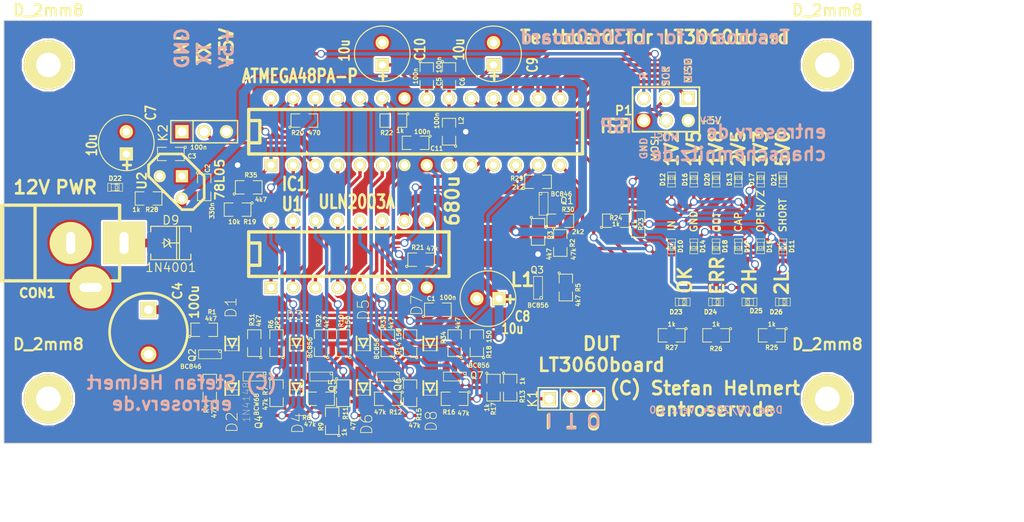
<source format=kicad_pcb>
(kicad_pcb (version 3) (host pcbnew "(2013-07-07 BZR 4022)-stable")
  (layers (15 F.Cu signal) (0 B.Cu signal) (18 B.Paste user) (19 F.Paste user) (20 B.SilkS user) (21 F.SilkS user) (22 B.Mask user) (23 F.Mask user) (28 Edge.Cuts user))
  (net 0 "")
  (net 1 +12V)
  (net 2 +5V)
  (net 3 /A0)
  (net 4 /A1)
  (net 5 /A2)
  (net 6 /A3)
  (net 7 /D0)
  (net 8 /D1)
  (net 9 /D2)
  (net 10 /D3)
  (net 11 /D4)
  (net 12 /MISO)
  (net 13 /MOSI)
  (net 14 /R)
  (net 15 /SCK)
  (net 16 GND)
  (net 17 N-000001)
  (net 18 N-0000011)
  (net 19 N-0000013)
  (net 20 N-0000016)
  (net 21 N-0000017)
  (net 22 N-0000018)
  (net 23 N-0000019)
  (net 24 N-000002)
  (net 25 N-0000022)
  (net 26 N-0000023)
  (net 27 N-0000025)
  (net 28 N-0000028)
  (net 29 N-0000029)
  (net 30 N-000003)
  (net 31 N-0000030)
  (net 32 N-0000031)
  (net 33 N-0000032)
  (net 34 N-0000033)
  (net 35 N-0000034)
  (net 36 N-0000035)
  (net 37 N-0000036)
  (net 38 N-0000037)
  (net 39 N-0000038)
  (net 40 N-0000039)
  (net 41 N-0000040)
  (net 42 N-0000041)
  (net 43 N-0000042)
  (net 44 N-0000043)
  (net 45 N-0000044)
  (net 46 N-0000045)
  (net 47 N-0000046)
  (net 48 N-0000047)
  (net 49 N-0000048)
  (net 50 N-0000049)
  (net 51 N-000005)
  (net 52 N-0000050)
  (net 53 N-0000051)
  (net 54 N-0000052)
  (net 55 N-0000053)
  (net 56 N-0000054)
  (net 57 N-0000055)
  (net 58 N-0000059)
  (net 59 N-0000060)
  (net 60 N-000008)
  (module DIP-16__300 (layer F.Cu) (at 85.09 76.2)
    (fp_text reference U1 (at -6.477 -5.715) (layer F.SilkS) (effects (font (size 1.524 1.143) (thickness 0.3048))))
    (fp_text value ULN2003A (at 0.889 -5.969) (layer F.SilkS) (effects (font (size 1.524 1.143) (thickness 0.3048))))
    (pad 1 thru_hole rect (at -8.89 3.81) (size 1.397 1.397) (drill 0.8128) (layers *.Cu *.Mask F.SilkS) (net 26 N-0000023))
    (pad 2 thru_hole circle (at -6.35 3.81) (size 1.397 1.397) (drill 0.8128) (layers *.Cu *.Mask F.SilkS) (net 21 N-0000017))
    (pad 3 thru_hole circle (at -3.81 3.81) (size 1.397 1.397) (drill 0.8128) (layers *.Cu *.Mask F.SilkS) (net 32 N-0000031))
    (pad 4 thru_hole circle (at -1.27 3.81) (size 1.397 1.397) (drill 0.8128) (layers *.Cu *.Mask F.SilkS) (net 33 N-0000032))
    (pad 5 thru_hole circle (at 1.27 3.81) (size 1.397 1.397) (drill 0.8128) (layers *.Cu *.Mask F.SilkS) (net 34 N-0000033))
    (pad 6 thru_hole circle (at 3.81 3.81) (size 1.397 1.397) (drill 0.8128) (layers *.Cu *.Mask F.SilkS) (net 35 N-0000034))
    (pad 7 thru_hole circle (at 6.35 3.81) (size 1.397 1.397) (drill 0.8128) (layers *.Cu *.Mask F.SilkS) (net 58 N-0000059))
    (pad 8 thru_hole circle (at 8.89 3.81) (size 1.397 1.397) (drill 0.8128) (layers *.Cu *.Mask F.SilkS) (net 16 GND))
    (pad 9 thru_hole circle (at 8.89 -3.81) (size 1.397 1.397) (drill 0.8128) (layers *.Cu *.Mask F.SilkS) (net 50 N-0000049))
    (pad 10 thru_hole circle (at 6.35 -3.81) (size 1.397 1.397) (drill 0.8128) (layers *.Cu *.Mask F.SilkS) (net 57 N-0000055))
    (pad 11 thru_hole circle (at 3.81 -3.81) (size 1.397 1.397) (drill 0.8128) (layers *.Cu *.Mask F.SilkS) (net 54 N-0000052))
    (pad 12 thru_hole circle (at 1.27 -3.81) (size 1.397 1.397) (drill 0.8128) (layers *.Cu *.Mask F.SilkS) (net 47 N-0000046))
    (pad 13 thru_hole circle (at -1.27 -3.81) (size 1.397 1.397) (drill 0.8128) (layers *.Cu *.Mask F.SilkS) (net 55 N-0000053))
    (pad 14 thru_hole circle (at -3.81 -3.81) (size 1.397 1.397) (drill 0.8128) (layers *.Cu *.Mask F.SilkS) (net 46 N-0000045))
    (pad 15 thru_hole circle (at -6.35 -3.81) (size 1.397 1.397) (drill 0.8128) (layers *.Cu *.Mask F.SilkS) (net 56 N-0000054))
    (pad 16 thru_hole circle (at -8.89 -3.81) (size 1.397 1.397) (drill 0.8128) (layers *.Cu *.Mask F.SilkS) (net 44 N-0000043))
  )
  (module SOT23 (layer F.Cu) (at 107.315 70.485 270)
    (fp_text reference Q1 (at -0.381 -2.667 360) (layer F.SilkS) (effects (font (size 0.762 0.762) (thickness 0.11938))))
    (fp_text value BC846 (at -1.143 -2.032 360) (layer F.SilkS) (effects (font (size 0.50038 0.50038) (thickness 0.09906))))
    (pad 3 smd rect (at 0 -1.09982 270) (size 0.8001 1.00076) (layers F.Cu F.Paste F.Mask) (net 29 N-0000029))
    (pad 2 smd rect (at 0.9525 1.09982 270) (size 0.8001 1.00076) (layers F.Cu F.Paste F.Mask) (net 36 N-0000035))
    (pad 1 smd rect (at -0.9525 1.09982 270) (size 0.8001 1.00076) (layers F.Cu F.Paste F.Mask) (net 58 N-0000059))
  )
  (module SOT23 (layer F.Cu) (at 106.68 80.01 90)
    (fp_text reference Q3 (at 1.99898 -0.09906 180) (layer F.SilkS) (effects (font (size 0.762 0.762) (thickness 0.11938))))
    (fp_text value BC856 (at -2.032 0 180) (layer F.SilkS) (effects (font (size 0.50038 0.50038) (thickness 0.09906))))
    (pad 3 smd rect (at 0 -1.09982 90) (size 0.8001 1.00076) (layers F.Cu F.Paste F.Mask) (net 57 N-0000055))
    (pad 2 smd rect (at 0.9525 1.09982 90) (size 0.8001 1.00076) (layers F.Cu F.Paste F.Mask) (net 28 N-0000028))
    (pad 1 smd rect (at -0.9525 1.09982 90) (size 0.8001 1.00076) (layers F.Cu F.Paste F.Mask) (net 50 N-0000049))
  )
  (module SOT23 (layer F.Cu) (at 69.215 87.63 180)
    (fp_text reference Q2 (at 1.99898 -0.09906 270) (layer F.SilkS) (effects (font (size 0.762 0.762) (thickness 0.11938))))
    (fp_text value BC846 (at 2.159 -1.397 180) (layer F.SilkS) (effects (font (size 0.50038 0.50038) (thickness 0.09906))))
    (pad 3 smd rect (at 0 -1.09982 180) (size 0.8001 1.00076) (layers F.Cu F.Paste F.Mask) (net 42 N-0000041))
    (pad 2 smd rect (at 0.9525 1.09982 180) (size 0.8001 1.00076) (layers F.Cu F.Paste F.Mask) (net 41 N-0000040))
    (pad 1 smd rect (at -0.9525 1.09982 180) (size 0.8001 1.00076) (layers F.Cu F.Paste F.Mask) (net 16 GND))
  )
  (module SOT23 (layer F.Cu) (at 74.295 90.17 180)
    (fp_text reference Q4 (at -0.508 -5.207 270) (layer F.SilkS) (effects (font (size 0.762 0.762) (thickness 0.11938))))
    (fp_text value BCW68 (at -0.254 -3.175 270) (layer F.SilkS) (effects (font (size 0.50038 0.50038) (thickness 0.09906))))
    (pad 3 smd rect (at 0 -1.09982 180) (size 0.8001 1.00076) (layers F.Cu F.Paste F.Mask) (net 56 N-0000054))
    (pad 2 smd rect (at 0.9525 1.09982 180) (size 0.8001 1.00076) (layers F.Cu F.Paste F.Mask) (net 31 N-0000030))
    (pad 1 smd rect (at -0.9525 1.09982 180) (size 0.8001 1.00076) (layers F.Cu F.Paste F.Mask) (net 39 N-0000038))
  )
  (module SOT23 (layer F.Cu) (at 81.915 90.17 180)
    (fp_text reference Q5 (at -1.27 -1.016 270) (layer F.SilkS) (effects (font (size 0.762 0.762) (thickness 0.11938))))
    (fp_text value BC856 (at 1.27 3.302 270) (layer F.SilkS) (effects (font (size 0.50038 0.50038) (thickness 0.09906))))
    (pad 3 smd rect (at 0 -1.09982 180) (size 0.8001 1.00076) (layers F.Cu F.Paste F.Mask) (net 56 N-0000054))
    (pad 2 smd rect (at 0.9525 1.09982 180) (size 0.8001 1.00076) (layers F.Cu F.Paste F.Mask) (net 59 N-0000060))
    (pad 1 smd rect (at -0.9525 1.09982 180) (size 0.8001 1.00076) (layers F.Cu F.Paste F.Mask) (net 48 N-0000047))
  )
  (module SOT23 (layer F.Cu) (at 89.535 90.17 180)
    (fp_text reference Q6 (at -1.143 -0.889 270) (layer F.SilkS) (effects (font (size 0.762 0.762) (thickness 0.11938))))
    (fp_text value BC856 (at 1.27 3.175 270) (layer F.SilkS) (effects (font (size 0.50038 0.50038) (thickness 0.09906))))
    (pad 3 smd rect (at 0 -1.09982 180) (size 0.8001 1.00076) (layers F.Cu F.Paste F.Mask) (net 55 N-0000053))
    (pad 2 smd rect (at 0.9525 1.09982 180) (size 0.8001 1.00076) (layers F.Cu F.Paste F.Mask) (net 45 N-0000044))
    (pad 1 smd rect (at -0.9525 1.09982 180) (size 0.8001 1.00076) (layers F.Cu F.Paste F.Mask) (net 49 N-0000048))
  )
  (module SOT23 (layer F.Cu) (at 97.155 90.17 180)
    (fp_text reference Q7 (at -2.54 0.127 180) (layer F.SilkS) (effects (font (size 0.762 0.762) (thickness 0.11938))))
    (fp_text value BC856 (at -2.794 1.27 180) (layer F.SilkS) (effects (font (size 0.50038 0.50038) (thickness 0.09906))))
    (pad 3 smd rect (at 0 -1.09982 180) (size 0.8001 1.00076) (layers F.Cu F.Paste F.Mask) (net 54 N-0000052))
    (pad 2 smd rect (at 0.9525 1.09982 180) (size 0.8001 1.00076) (layers F.Cu F.Paste F.Mask) (net 43 N-0000042))
    (pad 1 smd rect (at -0.9525 1.09982 180) (size 0.8001 1.00076) (layers F.Cu F.Paste F.Mask) (net 52 N-0000050))
  )
  (module SMT73 (layer F.Cu) (at 101.6 73.66 270)
    (fp_text reference L1 (at 5.461 -3.302 360) (layer F.SilkS) (effects (font (size 1.524 1.524) (thickness 0.3048))))
    (fp_text value 680u (at -3.556 4.699 270) (layer F.SilkS) (effects (font (size 1.524 1.524) (thickness 0.3048))))
    (pad 1 smd rect (at -2.54 0 270) (size 2.99974 7.24916) (layers F.Cu F.Paste F.Mask) (net 1 +12V))
    (pad 2 smd rect (at 2.54 0 270) (size 2.99974 7.24916) (layers F.Cu F.Paste F.Mask) (net 57 N-0000055))
  )
  (module SM0805 (layer F.Cu) (at 74.295 86.36 90)
    (fp_text reference R31 (at 2.667 -0.254 90) (layer F.SilkS) (effects (font (size 0.50038 0.50038) (thickness 0.10922))))
    (fp_text value 4k7 (at 2.54 0.508 90) (layer F.SilkS) (effects (font (size 0.50038 0.50038) (thickness 0.10922))))
    (pad 1 smd rect (at -0.9525 0 90) (size 0.889 1.397) (layers F.Cu F.Paste F.Mask) (net 31 N-0000030))
    (pad 2 smd rect (at 0.9525 0 90) (size 0.889 1.397) (layers F.Cu F.Paste F.Mask) (net 50 N-0000049))
  )
  (module SM0805 (layer F.Cu) (at 106.68 67.945)
    (fp_text reference R29 (at -2.413 -0.381) (layer F.SilkS) (effects (font (size 0.50038 0.50038) (thickness 0.10922))))
    (fp_text value 2k2 (at -2.286 0.635) (layer F.SilkS) (effects (font (size 0.50038 0.50038) (thickness 0.10922))))
    (pad 1 smd rect (at -0.9525 0) (size 0.889 1.397) (layers F.Cu F.Paste F.Mask) (net 58 N-0000059))
    (pad 2 smd rect (at 0.9525 0) (size 0.889 1.397) (layers F.Cu F.Paste F.Mask) (net 16 GND))
  )
  (module SM0805 (layer F.Cu) (at 80.01 60.96)
    (fp_text reference R20 (at -0.762 1.397) (layer F.SilkS) (effects (font (size 0.50038 0.50038) (thickness 0.10922))))
    (fp_text value 470 (at 1.143 1.397) (layer F.SilkS) (effects (font (size 0.50038 0.50038) (thickness 0.10922))))
    (pad 1 smd rect (at -0.9525 0) (size 0.889 1.397) (layers F.Cu F.Paste F.Mask) (net 60 N-000008))
    (pad 2 smd rect (at 0.9525 0) (size 0.889 1.397) (layers F.Cu F.Paste F.Mask) (net 16 GND))
  )
  (module SM0805 (layer F.Cu) (at 72.39 71.12 180)
    (fp_text reference R19 (at -1.397 -1.397 180) (layer F.SilkS) (effects (font (size 0.50038 0.50038) (thickness 0.10922))))
    (fp_text value 10k (at 0.381 -1.397 180) (layer F.SilkS) (effects (font (size 0.50038 0.50038) (thickness 0.10922))))
    (pad 1 smd rect (at -0.9525 0 180) (size 0.889 1.397) (layers F.Cu F.Paste F.Mask) (net 60 N-000008))
    (pad 2 smd rect (at 0.9525 0 180) (size 0.889 1.397) (layers F.Cu F.Paste F.Mask) (net 1 +12V))
  )
  (module SM0805 (layer F.Cu) (at 68.58 68.58 270)
    (fp_text reference C2 (at -2.159 -0.381 270) (layer F.SilkS) (effects (font (size 0.50038 0.50038) (thickness 0.10922))))
    (fp_text value 330n (at 2.667 -0.889 270) (layer F.SilkS) (effects (font (size 0.50038 0.50038) (thickness 0.10922))))
    (pad 1 smd rect (at -0.9525 0 270) (size 0.889 1.397) (layers F.Cu F.Paste F.Mask) (net 16 GND))
    (pad 2 smd rect (at 0.9525 0 270) (size 0.889 1.397) (layers F.Cu F.Paste F.Mask) (net 1 +12V))
  )
  (module SM0805 (layer F.Cu) (at 64.77 64.77 180)
    (fp_text reference C3 (at -2.413 -0.254 180) (layer F.SilkS) (effects (font (size 0.50038 0.50038) (thickness 0.10922))))
    (fp_text value 100n (at -3.175 0.762 180) (layer F.SilkS) (effects (font (size 0.50038 0.50038) (thickness 0.10922))))
    (pad 1 smd rect (at -0.9525 0 180) (size 0.889 1.397) (layers F.Cu F.Paste F.Mask) (net 16 GND))
    (pad 2 smd rect (at 0.9525 0 180) (size 0.889 1.397) (layers F.Cu F.Paste F.Mask) (net 2 +5V))
  )
  (module SM0805 (layer F.Cu) (at 90.17 60.96 180)
    (fp_text reference R22 (at 0.762 -1.397 180) (layer F.SilkS) (effects (font (size 0.50038 0.50038) (thickness 0.10922))))
    (fp_text value 1k (at -0.762 -1.143 180) (layer F.SilkS) (effects (font (size 0.50038 0.50038) (thickness 0.10922))))
    (pad 1 smd rect (at -0.9525 0 180) (size 0.889 1.397) (layers F.Cu F.Paste F.Mask) (net 16 GND))
    (pad 2 smd rect (at 0.9525 0 180) (size 0.889 1.397) (layers F.Cu F.Paste F.Mask) (net 3 /A0))
  )
  (module SM0805 (layer F.Cu) (at 93.345 76.835)
    (fp_text reference R21 (at -0.381 -1.397) (layer F.SilkS) (effects (font (size 0.50038 0.50038) (thickness 0.10922))))
    (fp_text value 47k (at 1.27 -1.27) (layer F.SilkS) (effects (font (size 0.50038 0.50038) (thickness 0.10922))))
    (pad 1 smd rect (at -0.9525 0) (size 0.889 1.397) (layers F.Cu F.Paste F.Mask) (net 3 /A0))
    (pad 2 smd rect (at 0.9525 0) (size 0.889 1.397) (layers F.Cu F.Paste F.Mask) (net 50 N-0000049))
  )
  (module SM0805 (layer F.Cu) (at 109.22 72.39)
    (fp_text reference R30 (at 0.889 -1.27) (layer F.SilkS) (effects (font (size 0.50038 0.50038) (thickness 0.10922))))
    (fp_text value 2k2 (at 2.032 1.27) (layer F.SilkS) (effects (font (size 0.50038 0.50038) (thickness 0.10922))))
    (pad 1 smd rect (at -0.9525 0) (size 0.889 1.397) (layers F.Cu F.Paste F.Mask) (net 36 N-0000035))
    (pad 2 smd rect (at 0.9525 0) (size 0.889 1.397) (layers F.Cu F.Paste F.Mask) (net 16 GND))
  )
  (module SM0805 (layer F.Cu) (at 83.185 95.25 90)
    (fp_text reference R9 (at -0.635 -1.27 90) (layer F.SilkS) (effects (font (size 0.50038 0.50038) (thickness 0.10922))))
    (fp_text value 1k (at -1.27 1.397 90) (layer F.SilkS) (effects (font (size 0.50038 0.50038) (thickness 0.10922))))
    (pad 1 smd rect (at -0.9525 0 90) (size 0.889 1.397) (layers F.Cu F.Paste F.Mask) (net 16 GND))
    (pad 2 smd rect (at 0.9525 0 90) (size 0.889 1.397) (layers F.Cu F.Paste F.Mask) (net 6 /A3))
  )
  (module SM0805 (layer F.Cu) (at 81.915 92.71 180)
    (fp_text reference R8 (at 1.651 -2.159 180) (layer F.SilkS) (effects (font (size 0.50038 0.50038) (thickness 0.10922))))
    (fp_text value 47k (at 1.27 -2.921 180) (layer F.SilkS) (effects (font (size 0.50038 0.50038) (thickness 0.10922))))
    (pad 1 smd rect (at -0.9525 0 180) (size 0.889 1.397) (layers F.Cu F.Paste F.Mask) (net 6 /A3))
    (pad 2 smd rect (at 0.9525 0 180) (size 0.889 1.397) (layers F.Cu F.Paste F.Mask) (net 56 N-0000054))
  )
  (module SM0805 (layer F.Cu) (at 103.505 91.44 270)
    (fp_text reference R13 (at 1.016 -1.397 270) (layer F.SilkS) (effects (font (size 0.50038 0.50038) (thickness 0.10922))))
    (fp_text value 1k (at -0.762 -1.397 270) (layer F.SilkS) (effects (font (size 0.50038 0.50038) (thickness 0.10922))))
    (pad 1 smd rect (at -0.9525 0 270) (size 0.889 1.397) (layers F.Cu F.Paste F.Mask) (net 16 GND))
    (pad 2 smd rect (at 0.9525 0 270) (size 0.889 1.397) (layers F.Cu F.Paste F.Mask) (net 5 /A2))
  )
  (module SM0805 (layer F.Cu) (at 81.915 86.36 90)
    (fp_text reference R32 (at 2.54 -0.254 90) (layer F.SilkS) (effects (font (size 0.50038 0.50038) (thickness 0.10922))))
    (fp_text value 4k7 (at 2.413 0.635 90) (layer F.SilkS) (effects (font (size 0.50038 0.50038) (thickness 0.10922))))
    (pad 1 smd rect (at -0.9525 0 90) (size 0.889 1.397) (layers F.Cu F.Paste F.Mask) (net 59 N-0000060))
    (pad 2 smd rect (at 0.9525 0 90) (size 0.889 1.397) (layers F.Cu F.Paste F.Mask) (net 50 N-0000049))
  )
  (module SM0805 (layer F.Cu) (at 89.535 86.36 90)
    (fp_text reference R33 (at 2.413 -0.508 90) (layer F.SilkS) (effects (font (size 0.50038 0.50038) (thickness 0.10922))))
    (fp_text value 4k7 (at 2.286 0.381 90) (layer F.SilkS) (effects (font (size 0.50038 0.50038) (thickness 0.10922))))
    (pad 1 smd rect (at -0.9525 0 90) (size 0.889 1.397) (layers F.Cu F.Paste F.Mask) (net 45 N-0000044))
    (pad 2 smd rect (at 0.9525 0 90) (size 0.889 1.397) (layers F.Cu F.Paste F.Mask) (net 50 N-0000049))
  )
  (module SM0805 (layer F.Cu) (at 97.155 86.36 90)
    (fp_text reference R34 (at 0.635 -1.27 90) (layer F.SilkS) (effects (font (size 0.50038 0.50038) (thickness 0.10922))))
    (fp_text value 4k7 (at 2.286 0.381 90) (layer F.SilkS) (effects (font (size 0.50038 0.50038) (thickness 0.10922))))
    (pad 1 smd rect (at -0.9525 0 90) (size 0.889 1.397) (layers F.Cu F.Paste F.Mask) (net 43 N-0000042))
    (pad 2 smd rect (at 0.9525 0 90) (size 0.889 1.397) (layers F.Cu F.Paste F.Mask) (net 50 N-0000049))
  )
  (module SM0805 (layer F.Cu) (at 62.23 69.85 180)
    (fp_text reference R28 (at -0.381 -1.27 180) (layer F.SilkS) (effects (font (size 0.50038 0.50038) (thickness 0.10922))))
    (fp_text value 1k (at 1.397 -1.27 180) (layer F.SilkS) (effects (font (size 0.50038 0.50038) (thickness 0.10922))))
    (pad 1 smd rect (at -0.9525 0 180) (size 0.889 1.397) (layers F.Cu F.Paste F.Mask) (net 16 GND))
    (pad 2 smd rect (at 0.9525 0 180) (size 0.889 1.397) (layers F.Cu F.Paste F.Mask) (net 25 N-0000022))
  )
  (module SM0805 (layer F.Cu) (at 68.58 84.836)
    (fp_text reference R1 (at 0.889 -2.032) (layer F.SilkS) (effects (font (size 0.50038 0.50038) (thickness 0.10922))))
    (fp_text value 4k7 (at 0.762 -1.27) (layer F.SilkS) (effects (font (size 0.50038 0.50038) (thickness 0.10922))))
    (pad 1 smd rect (at -0.9525 0) (size 0.889 1.397) (layers F.Cu F.Paste F.Mask) (net 41 N-0000040))
    (pad 2 smd rect (at 0.9525 0) (size 0.889 1.397) (layers F.Cu F.Paste F.Mask) (net 27 N-0000025))
  )
  (module SM0805 (layer F.Cu) (at 118.11 72.771 270)
    (fp_text reference R23 (at 0 -0.3175 270) (layer F.SilkS) (effects (font (size 0.50038 0.50038) (thickness 0.10922))))
    (fp_text value 1k (at 0 0.381 270) (layer F.SilkS) (effects (font (size 0.50038 0.50038) (thickness 0.10922))))
    (pad 1 smd rect (at -0.9525 0 270) (size 0.889 1.397) (layers F.Cu F.Paste F.Mask) (net 17 N-000001))
    (pad 2 smd rect (at 0.9525 0 270) (size 0.889 1.397) (layers F.Cu F.Paste F.Mask) (net 11 /D4))
  )
  (module SM0805 (layer F.Cu) (at 96.52 55.88 270)
    (fp_text reference C6 (at 0.635 -1.524 270) (layer F.SilkS) (effects (font (size 0.50038 0.50038) (thickness 0.10922))))
    (fp_text value 100n (at -1.27 1.143 270) (layer F.SilkS) (effects (font (size 0.50038 0.50038) (thickness 0.10922))))
    (pad 1 smd rect (at -0.9525 0 270) (size 0.889 1.397) (layers F.Cu F.Paste F.Mask) (net 16 GND))
    (pad 2 smd rect (at 0.9525 0 270) (size 0.889 1.397) (layers F.Cu F.Paste F.Mask) (net 22 N-0000018))
  )
  (module SM0805 (layer F.Cu) (at 96.52 62.23 90)
    (fp_text reference L2 (at 1.27 1.397 90) (layer F.SilkS) (effects (font (size 0.50038 0.50038) (thickness 0.10922))))
    (fp_text value 100n (at 1.27 -1.397 90) (layer F.SilkS) (effects (font (size 0.50038 0.50038) (thickness 0.10922))))
    (pad 1 smd rect (at -0.9525 0 90) (size 0.889 1.397) (layers F.Cu F.Paste F.Mask) (net 2 +5V))
    (pad 2 smd rect (at 0.9525 0 90) (size 0.889 1.397) (layers F.Cu F.Paste F.Mask) (net 22 N-0000018))
  )
  (module SM0805 (layer F.Cu) (at 93.98 55.88 270)
    (fp_text reference C5 (at 0.635 -1.397 270) (layer F.SilkS) (effects (font (size 0.50038 0.50038) (thickness 0.10922))))
    (fp_text value 100n (at 0 1.27 270) (layer F.SilkS) (effects (font (size 0.50038 0.50038) (thickness 0.10922))))
    (pad 1 smd rect (at -0.9525 0 270) (size 0.889 1.397) (layers F.Cu F.Paste F.Mask) (net 16 GND))
    (pad 2 smd rect (at 0.9525 0 270) (size 0.889 1.397) (layers F.Cu F.Paste F.Mask) (net 20 N-0000016))
  )
  (module SM0805 (layer F.Cu) (at 115.57 72.39)
    (fp_text reference R24 (at 0 -0.3175) (layer F.SilkS) (effects (font (size 0.50038 0.50038) (thickness 0.10922))))
    (fp_text value 1k (at 0 0.381) (layer F.SilkS) (effects (font (size 0.50038 0.50038) (thickness 0.10922))))
    (pad 1 smd rect (at -0.9525 0) (size 0.889 1.397) (layers F.Cu F.Paste F.Mask) (net 10 /D3))
    (pad 2 smd rect (at 0.9525 0) (size 0.889 1.397) (layers F.Cu F.Paste F.Mask) (net 51 N-000005))
  )
  (module SM0805 (layer F.Cu) (at 133.35 85.471 180)
    (fp_text reference R25 (at 0 -1.397 180) (layer F.SilkS) (effects (font (size 0.50038 0.50038) (thickness 0.10922))))
    (fp_text value 1k (at 0 1.27 180) (layer F.SilkS) (effects (font (size 0.50038 0.50038) (thickness 0.10922))))
    (pad 1 smd rect (at -0.9525 0 180) (size 0.889 1.397) (layers F.Cu F.Paste F.Mask) (net 9 /D2))
    (pad 2 smd rect (at 0.9525 0 180) (size 0.889 1.397) (layers F.Cu F.Paste F.Mask) (net 30 N-000003))
  )
  (module SM0805 (layer F.Cu) (at 127 85.471 180)
    (fp_text reference R26 (at 0 -1.524 180) (layer F.SilkS) (effects (font (size 0.50038 0.50038) (thickness 0.10922))))
    (fp_text value 1k (at 0 1.27 180) (layer F.SilkS) (effects (font (size 0.50038 0.50038) (thickness 0.10922))))
    (pad 1 smd rect (at -0.9525 0 180) (size 0.889 1.397) (layers F.Cu F.Paste F.Mask) (net 8 /D1))
    (pad 2 smd rect (at 0.9525 0 180) (size 0.889 1.397) (layers F.Cu F.Paste F.Mask) (net 24 N-000002))
  )
  (module SM0805 (layer F.Cu) (at 121.92 85.471 180)
    (fp_text reference R27 (at 0 -1.397 180) (layer F.SilkS) (effects (font (size 0.50038 0.50038) (thickness 0.10922))))
    (fp_text value 1k (at 0 1.27 180) (layer F.SilkS) (effects (font (size 0.50038 0.50038) (thickness 0.10922))))
    (pad 1 smd rect (at -0.9525 0 180) (size 0.889 1.397) (layers F.Cu F.Paste F.Mask) (net 7 /D0))
    (pad 2 smd rect (at 0.9525 0 180) (size 0.889 1.397) (layers F.Cu F.Paste F.Mask) (net 18 N-0000011))
  )
  (module SM0805 (layer F.Cu) (at 109.855 80.01 270)
    (fp_text reference R5 (at 0 -1.397 270) (layer F.SilkS) (effects (font (size 0.50038 0.50038) (thickness 0.10922))))
    (fp_text value 4k7 (at 1.524 -1.397 270) (layer F.SilkS) (effects (font (size 0.50038 0.50038) (thickness 0.10922))))
    (pad 1 smd rect (at -0.9525 0 270) (size 0.889 1.397) (layers F.Cu F.Paste F.Mask) (net 28 N-0000028))
    (pad 2 smd rect (at 0.9525 0 270) (size 0.889 1.397) (layers F.Cu F.Paste F.Mask) (net 50 N-0000049))
  )
  (module SM0805 (layer F.Cu) (at 99.695 86.36 90)
    (fp_text reference R18 (at -1.016 1.397 90) (layer F.SilkS) (effects (font (size 0.50038 0.50038) (thickness 0.10922))))
    (fp_text value 150 (at 0.762 1.397 90) (layer F.SilkS) (effects (font (size 0.50038 0.50038) (thickness 0.10922))))
    (pad 1 smd rect (at -0.9525 0 90) (size 0.889 1.397) (layers F.Cu F.Paste F.Mask) (net 52 N-0000050))
    (pad 2 smd rect (at 0.9525 0 90) (size 0.889 1.397) (layers F.Cu F.Paste F.Mask) (net 50 N-0000049))
  )
  (module SM0805 (layer F.Cu) (at 92.075 86.36 90)
    (fp_text reference R14 (at -0.635 -1.27 90) (layer F.SilkS) (effects (font (size 0.50038 0.50038) (thickness 0.10922))))
    (fp_text value 150 (at 1.016 -1.27 90) (layer F.SilkS) (effects (font (size 0.50038 0.50038) (thickness 0.10922))))
    (pad 1 smd rect (at -0.9525 0 90) (size 0.889 1.397) (layers F.Cu F.Paste F.Mask) (net 49 N-0000048))
    (pad 2 smd rect (at 0.9525 0 90) (size 0.889 1.397) (layers F.Cu F.Paste F.Mask) (net 50 N-0000049))
  )
  (module SM0805 (layer F.Cu) (at 84.455 86.36 90)
    (fp_text reference R10 (at 2.54 -0.254 90) (layer F.SilkS) (effects (font (size 0.50038 0.50038) (thickness 0.10922))))
    (fp_text value 150 (at 2.413 0.508 90) (layer F.SilkS) (effects (font (size 0.50038 0.50038) (thickness 0.10922))))
    (pad 1 smd rect (at -0.9525 0 90) (size 0.889 1.397) (layers F.Cu F.Paste F.Mask) (net 48 N-0000047))
    (pad 2 smd rect (at 0.9525 0 90) (size 0.889 1.397) (layers F.Cu F.Paste F.Mask) (net 50 N-0000049))
  )
  (module SM0805 (layer F.Cu) (at 92.075 92.075 270)
    (fp_text reference R15 (at 2.413 -1.016 270) (layer F.SilkS) (effects (font (size 0.50038 0.50038) (thickness 0.10922))))
    (fp_text value 47k (at 3.683 -0.508 360) (layer F.SilkS) (effects (font (size 0.50038 0.50038) (thickness 0.10922))))
    (pad 1 smd rect (at -0.9525 0 270) (size 0.889 1.397) (layers F.Cu F.Paste F.Mask) (net 47 N-0000046))
    (pad 2 smd rect (at 0.9525 0 270) (size 0.889 1.397) (layers F.Cu F.Paste F.Mask) (net 43 N-0000042))
  )
  (module SM0805 (layer F.Cu) (at 84.455 92.075 270)
    (fp_text reference R11 (at 2.286 -0.254 270) (layer F.SilkS) (effects (font (size 0.50038 0.50038) (thickness 0.10922))))
    (fp_text value 47k (at 3.556 -1.143 270) (layer F.SilkS) (effects (font (size 0.50038 0.50038) (thickness 0.10922))))
    (pad 1 smd rect (at -0.9525 0 270) (size 0.889 1.397) (layers F.Cu F.Paste F.Mask) (net 46 N-0000045))
    (pad 2 smd rect (at 0.9525 0 270) (size 0.889 1.397) (layers F.Cu F.Paste F.Mask) (net 45 N-0000044))
  )
  (module SM0805 (layer F.Cu) (at 76.835 92.075 270)
    (fp_text reference R7 (at -0.254 1.27 270) (layer F.SilkS) (effects (font (size 0.50038 0.50038) (thickness 0.10922))))
    (fp_text value 47k (at 1.27 1.27 270) (layer F.SilkS) (effects (font (size 0.50038 0.50038) (thickness 0.10922))))
    (pad 1 smd rect (at -0.9525 0 270) (size 0.889 1.397) (layers F.Cu F.Paste F.Mask) (net 44 N-0000043))
    (pad 2 smd rect (at 0.9525 0 270) (size 0.889 1.397) (layers F.Cu F.Paste F.Mask) (net 59 N-0000060))
  )
  (module SM0805 (layer F.Cu) (at 95.25 82.55)
    (fp_text reference C1 (at -0.762 -1.27) (layer F.SilkS) (effects (font (size 0.50038 0.50038) (thickness 0.10922))))
    (fp_text value 100n (at 1.143 -1.397) (layer F.SilkS) (effects (font (size 0.50038 0.50038) (thickness 0.10922))))
    (pad 1 smd rect (at -0.9525 0) (size 0.889 1.397) (layers F.Cu F.Paste F.Mask) (net 16 GND))
    (pad 2 smd rect (at 0.9525 0) (size 0.889 1.397) (layers F.Cu F.Paste F.Mask) (net 50 N-0000049))
  )
  (module SM0805 (layer F.Cu) (at 76.835 86.36 90)
    (fp_text reference R6 (at 2.159 -0.635 90) (layer F.SilkS) (effects (font (size 0.50038 0.50038) (thickness 0.10922))))
    (fp_text value 2R2 (at 2.286 0.127 90) (layer F.SilkS) (effects (font (size 0.50038 0.50038) (thickness 0.10922))))
    (pad 1 smd rect (at -0.9525 0 90) (size 0.889 1.397) (layers F.Cu F.Paste F.Mask) (net 39 N-0000038))
    (pad 2 smd rect (at 0.9525 0 90) (size 0.889 1.397) (layers F.Cu F.Paste F.Mask) (net 50 N-0000049))
  )
  (module SM0805 (layer F.Cu) (at 106.68 73.66 270)
    (fp_text reference R3 (at 0.381 -1.397 270) (layer F.SilkS) (effects (font (size 0.50038 0.50038) (thickness 0.10922))))
    (fp_text value 4k7 (at 2.54 -1.27 270) (layer F.SilkS) (effects (font (size 0.50038 0.50038) (thickness 0.10922))))
    (pad 1 smd rect (at -0.9525 0 270) (size 0.889 1.397) (layers F.Cu F.Paste F.Mask) (net 36 N-0000035))
    (pad 2 smd rect (at 0.9525 0 270) (size 0.889 1.397) (layers F.Cu F.Paste F.Mask) (net 2 +5V))
  )
  (module SM0805 (layer F.Cu) (at 109.22 74.93 270)
    (fp_text reference R2 (at 0 -1.397 270) (layer F.SilkS) (effects (font (size 0.50038 0.50038) (thickness 0.10922))))
    (fp_text value 47k (at 1.27 -1.524 270) (layer F.SilkS) (effects (font (size 0.50038 0.50038) (thickness 0.10922))))
    (pad 1 smd rect (at -0.9525 0 270) (size 0.889 1.397) (layers F.Cu F.Paste F.Mask) (net 29 N-0000029))
    (pad 2 smd rect (at 0.9525 0 270) (size 0.889 1.397) (layers F.Cu F.Paste F.Mask) (net 28 N-0000028))
  )
  (module SM0805 (layer F.Cu) (at 69.215 91.44 90)
    (fp_text reference R4 (at -2.413 -0.381 90) (layer F.SilkS) (effects (font (size 0.50038 0.50038) (thickness 0.10922))))
    (fp_text value 47k (at -2.794 0.508 90) (layer F.SilkS) (effects (font (size 0.50038 0.50038) (thickness 0.10922))))
    (pad 1 smd rect (at -0.9525 0 90) (size 0.889 1.397) (layers F.Cu F.Paste F.Mask) (net 31 N-0000030))
    (pad 2 smd rect (at 0.9525 0 90) (size 0.889 1.397) (layers F.Cu F.Paste F.Mask) (net 42 N-0000041))
  )
  (module SM0805 (layer F.Cu) (at 89.535 92.71 180)
    (fp_text reference R12 (at -0.889 -1.524 180) (layer F.SilkS) (effects (font (size 0.50038 0.50038) (thickness 0.10922))))
    (fp_text value 47k (at 0.889 -1.524 180) (layer F.SilkS) (effects (font (size 0.50038 0.50038) (thickness 0.10922))))
    (pad 1 smd rect (at -0.9525 0 180) (size 0.889 1.397) (layers F.Cu F.Paste F.Mask) (net 5 /A2))
    (pad 2 smd rect (at 0.9525 0 180) (size 0.889 1.397) (layers F.Cu F.Paste F.Mask) (net 55 N-0000053))
  )
  (module SM0805 (layer F.Cu) (at 97.155 92.71 180)
    (fp_text reference R16 (at 0.635 -1.524 180) (layer F.SilkS) (effects (font (size 0.50038 0.50038) (thickness 0.10922))))
    (fp_text value 47k (at -1.016 -1.651 180) (layer F.SilkS) (effects (font (size 0.50038 0.50038) (thickness 0.10922))))
    (pad 1 smd rect (at -0.9525 0 180) (size 0.889 1.397) (layers F.Cu F.Paste F.Mask) (net 4 /A1))
    (pad 2 smd rect (at 0.9525 0 180) (size 0.889 1.397) (layers F.Cu F.Paste F.Mask) (net 54 N-0000052))
  )
  (module SM0805 (layer F.Cu) (at 101.6 91.44 270)
    (fp_text reference R17 (at 2.413 0 270) (layer F.SilkS) (effects (font (size 0.50038 0.50038) (thickness 0.10922))))
    (fp_text value 1k (at 2.286 0.762 270) (layer F.SilkS) (effects (font (size 0.50038 0.50038) (thickness 0.10922))))
    (pad 1 smd rect (at -0.9525 0 270) (size 0.889 1.397) (layers F.Cu F.Paste F.Mask) (net 16 GND))
    (pad 2 smd rect (at 0.9525 0 270) (size 0.889 1.397) (layers F.Cu F.Paste F.Mask) (net 4 /A1))
  )
  (module pin_array_3x2 (layer F.Cu) (at 121.285 59.69 180)
    (fp_text reference P1 (at 4.826 -0.127 180) (layer F.SilkS) (effects (font (size 1.016 1.016) (thickness 0.2032))))
    (fp_text value CONN_3X2 hide)
    (pad 1 thru_hole rect (at -2.54 1.27 180) (size 1.524 1.524) (drill 1.016) (layers *.Cu *.Mask F.SilkS) (net 12 /MISO))
    (pad 2 thru_hole circle (at -2.54 -1.27 180) (size 1.524 1.524) (drill 1.016) (layers *.Cu *.Mask F.SilkS) (net 2 +5V))
    (pad 3 thru_hole circle (at 0 1.27 180) (size 1.524 1.524) (drill 1.016) (layers *.Cu *.Mask F.SilkS) (net 15 /SCK))
    (pad 4 thru_hole circle (at 0 -1.27 180) (size 1.524 1.524) (drill 1.016) (layers *.Cu *.Mask F.SilkS) (net 13 /MOSI))
    (pad 5 thru_hole circle (at 2.54 1.27 180) (size 1.524 1.524) (drill 1.016) (layers *.Cu *.Mask F.SilkS) (net 14 /R))
    (pad 6 thru_hole circle (at 2.54 -1.27 180) (size 1.524 1.524) (drill 1.016) (layers *.Cu *.Mask F.SilkS) (net 16 GND))
  )
  (module PIN_ARRAY_3X1 (layer F.Cu) (at 110.49 92.71)
    (fp_text reference K1 (at -4.445 0 90) (layer F.SilkS) (effects (font (size 1.016 1.016) (thickness 0.1524))))
    (fp_text value CONN_3 hide)
    (pad 1 thru_hole rect (at -2.54 0) (size 1.524 1.524) (drill 1.016) (layers *.Cu *.Mask F.SilkS) (net 56 N-0000054))
    (pad 2 thru_hole circle (at 0 0) (size 1.524 1.524) (drill 1.016) (layers *.Cu *.Mask F.SilkS) (net 55 N-0000053))
    (pad 3 thru_hole circle (at 2.54 0) (size 1.524 1.524) (drill 1.016) (layers *.Cu *.Mask F.SilkS) (net 54 N-0000052))
  )
  (module MiniMelf (layer F.Cu) (at 79.121 91.44 90)
    (fp_text reference D4 (at -4.064 0.127 90) (layer F.SilkS) (effects (font (size 1.27 1.27) (thickness 0.0889))))
    (fp_text value 1N4148 hide)
    (pad 1 smd rect (at 1.69926 0 90) (size 1.39954 1.79832) (layers F.Cu F.Paste F.Mask) (net 53 N-0000051))
    (pad 2 smd rect (at -1.69926 0 90) (size 1.39954 1.79832) (layers F.Cu F.Paste F.Mask) (net 59 N-0000060))
  )
  (module MiniMelf (layer F.Cu) (at 79.121 86.36 90)
    (fp_text reference D3 (at 3.175 -0.254 180) (layer F.SilkS) (effects (font (thickness 0.0889))))
    (fp_text value 1N4148 hide)
    (pad 1 smd rect (at 1.69926 0 90) (size 1.39954 1.79832) (layers F.Cu F.Paste F.Mask) (net 50 N-0000049))
    (pad 2 smd rect (at -1.69926 0 90) (size 1.39954 1.79832) (layers F.Cu F.Paste F.Mask) (net 53 N-0000051))
  )
  (module MiniMelf (layer F.Cu) (at 86.741 91.44 90)
    (fp_text reference D6 (at -4.191 0.381 90) (layer F.SilkS) (effects (font (size 1.27 1.27) (thickness 0.0889))))
    (fp_text value 1N4148 hide)
    (pad 1 smd rect (at 1.69926 0 90) (size 1.39954 1.79832) (layers F.Cu F.Paste F.Mask) (net 37 N-0000036))
    (pad 2 smd rect (at -1.69926 0 90) (size 1.39954 1.79832) (layers F.Cu F.Paste F.Mask) (net 45 N-0000044))
  )
  (module MiniMelf (layer F.Cu) (at 86.741 86.36 90)
    (fp_text reference D5 (at 3.81 0 90) (layer F.SilkS) (effects (font (size 1.27 1.27) (thickness 0.0889))))
    (fp_text value 1N4148 hide)
    (pad 1 smd rect (at 1.69926 0 90) (size 1.39954 1.79832) (layers F.Cu F.Paste F.Mask) (net 50 N-0000049))
    (pad 2 smd rect (at -1.69926 0 90) (size 1.39954 1.79832) (layers F.Cu F.Paste F.Mask) (net 37 N-0000036))
  )
  (module MiniMelf (layer F.Cu) (at 94.361 91.44 90)
    (fp_text reference D8 (at -3.81 0.127 90) (layer F.SilkS) (effects (font (size 1.27 1.27) (thickness 0.0889))))
    (fp_text value 1N4148 hide)
    (pad 1 smd rect (at 1.69926 0 90) (size 1.39954 1.79832) (layers F.Cu F.Paste F.Mask) (net 38 N-0000037))
    (pad 2 smd rect (at -1.69926 0 90) (size 1.39954 1.79832) (layers F.Cu F.Paste F.Mask) (net 43 N-0000042))
  )
  (module MiniMelf (layer F.Cu) (at 94.361 86.36 90)
    (fp_text reference D7 (at 4.318 -1.524 90) (layer F.SilkS) (effects (font (size 1.27 1.27) (thickness 0.0889))))
    (fp_text value 1N4148 hide)
    (pad 1 smd rect (at 1.69926 0 90) (size 1.39954 1.79832) (layers F.Cu F.Paste F.Mask) (net 50 N-0000049))
    (pad 2 smd rect (at -1.69926 0 90) (size 1.39954 1.79832) (layers F.Cu F.Paste F.Mask) (net 38 N-0000037))
  )
  (module MiniMelf (layer F.Cu) (at 71.755 91.44 90)
    (fp_text reference D2 (at -3.937 0 90) (layer F.SilkS) (effects (font (size 1.27 1.27) (thickness 0.0889))))
    (fp_text value 1N4148 (at -1.651 1.651 90) (layer F.SilkS) (effects (font (size 0.8 0.8) (thickness 0.0389))))
    (pad 1 smd rect (at 1.69926 0 90) (size 1.39954 1.79832) (layers F.Cu F.Paste F.Mask) (net 40 N-0000039))
    (pad 2 smd rect (at -1.69926 0 90) (size 1.39954 1.79832) (layers F.Cu F.Paste F.Mask) (net 31 N-0000030))
  )
  (module MiniMelf (layer F.Cu) (at 71.755 86.36 90)
    (fp_text reference D1 (at 4.064 -0.127 90) (layer F.SilkS) (effects (font (size 1.27 1.27) (thickness 0.0889))))
    (fp_text value 1N4148 hide)
    (pad 1 smd rect (at 1.69926 0 90) (size 1.39954 1.79832) (layers F.Cu F.Paste F.Mask) (net 50 N-0000049))
    (pad 2 smd rect (at -1.69926 0 90) (size 1.39954 1.79832) (layers F.Cu F.Paste F.Mask) (net 40 N-0000039))
  )
  (module LM78LXX (layer F.Cu) (at 64.77 68.58 270)
    (fp_text reference U2 (at -0.762 3.302 270) (layer F.SilkS) (effects (font (size 1.016 1.016) (thickness 0.2032))))
    (fp_text value 78L05 (at -0.889 -5.588 270) (layer F.SilkS) (effects (font (size 1.016 1.016) (thickness 0.2032))))
    (pad VI thru_hole circle (at 1.27 -1.27 270) (size 1.397 1.397) (drill 0.8128) (layers *.Cu *.Mask F.SilkS) (net 1 +12V))
    (pad GND thru_hole rect (at -1.27 -1.27 270) (size 1.397 1.397) (drill 0.8128) (layers *.Cu *.Mask F.SilkS) (net 16 GND))
    (pad VO thru_hole circle (at -1.27 1.27 270) (size 1.397 1.397) (drill 0.8128) (layers *.Cu *.Mask F.SilkS) (net 2 +5V))
  )
  (module LED-0603 (layer F.Cu) (at 58.42 68.58)
    (fp_text reference D22 (at 0 -1.016) (layer F.SilkS) (effects (font (size 0.508 0.508) (thickness 0.127))))
    (fp_text value LED hide)
    (pad 1 smd rect (at -0.7493 0) (size 0.79756 0.79756) (layers F.Cu F.Paste F.Mask) (net 2 +5V))
    (pad 2 smd rect (at 0.7493 0) (size 0.79756 0.79756) (layers F.Cu F.Paste F.Mask) (net 25 N-0000022))
  )
  (module LED-0603 (layer F.Cu) (at 127 81.661)
    (fp_text reference D24 (at -0.635 1.143) (layer F.SilkS) (effects (font (size 0.508 0.508) (thickness 0.127))))
    (fp_text value LED hide)
    (pad 1 smd rect (at -0.7493 0) (size 0.79756 0.79756) (layers F.Cu F.Paste F.Mask) (net 24 N-000002))
    (pad 2 smd rect (at 0.7493 0) (size 0.79756 0.79756) (layers F.Cu F.Paste F.Mask) (net 7 /D0))
  )
  (module LED-0603 (layer F.Cu) (at 130.81 81.661 180)
    (fp_text reference D25 (at -0.762 -1.016 180) (layer F.SilkS) (effects (font (size 0.508 0.508) (thickness 0.127))))
    (fp_text value LED hide)
    (pad 1 smd rect (at -0.7493 0 180) (size 0.79756 0.79756) (layers F.Cu F.Paste F.Mask) (net 30 N-000003))
    (pad 2 smd rect (at 0.7493 0 180) (size 0.79756 0.79756) (layers F.Cu F.Paste F.Mask) (net 8 /D1))
  )
  (module LED-0603 (layer F.Cu) (at 134.62 81.661)
    (fp_text reference D26 (at -0.762 1.143) (layer F.SilkS) (effects (font (size 0.508 0.508) (thickness 0.127))))
    (fp_text value LED hide)
    (pad 1 smd rect (at -0.7493 0) (size 0.79756 0.79756) (layers F.Cu F.Paste F.Mask) (net 51 N-000005))
    (pad 2 smd rect (at 0.7493 0) (size 0.79756 0.79756) (layers F.Cu F.Paste F.Mask) (net 9 /D2))
  )
  (module LED-0603 (layer F.Cu) (at 134.62 67.691 90)
    (fp_text reference D21 (at 0 -1.016 90) (layer F.SilkS) (effects (font (size 0.508 0.508) (thickness 0.127))))
    (fp_text value LED hide)
    (pad 1 smd rect (at -0.7493 0 90) (size 0.79756 0.79756) (layers F.Cu F.Paste F.Mask) (net 17 N-000001))
    (pad 2 smd rect (at 0.7493 0 90) (size 0.79756 0.79756) (layers F.Cu F.Paste F.Mask) (net 9 /D2))
  )
  (module LED-0603 (layer F.Cu) (at 132.08 67.691 90)
    (fp_text reference D17 (at 0 -1.016 90) (layer F.SilkS) (effects (font (size 0.508 0.508) (thickness 0.127))))
    (fp_text value LED hide)
    (pad 1 smd rect (at -0.7493 0 90) (size 0.79756 0.79756) (layers F.Cu F.Paste F.Mask) (net 18 N-0000011))
    (pad 2 smd rect (at 0.7493 0 90) (size 0.79756 0.79756) (layers F.Cu F.Paste F.Mask) (net 9 /D2))
  )
  (module LED-0603 (layer F.Cu) (at 129.54 67.691 90)
    (fp_text reference D13 (at 0 -1.016 90) (layer F.SilkS) (effects (font (size 0.508 0.508) (thickness 0.127))))
    (fp_text value LED hide)
    (pad 1 smd rect (at -0.7493 0 90) (size 0.79756 0.79756) (layers F.Cu F.Paste F.Mask) (net 24 N-000002))
    (pad 2 smd rect (at 0.7493 0 90) (size 0.79756 0.79756) (layers F.Cu F.Paste F.Mask) (net 9 /D2))
  )
  (module LED-0603 (layer F.Cu) (at 127 67.691 90)
    (fp_text reference D20 (at 0 -1.016 90) (layer F.SilkS) (effects (font (size 0.508 0.508) (thickness 0.127))))
    (fp_text value LED hide)
    (pad 1 smd rect (at -0.7493 0 90) (size 0.79756 0.79756) (layers F.Cu F.Paste F.Mask) (net 51 N-000005))
    (pad 2 smd rect (at 0.7493 0 90) (size 0.79756 0.79756) (layers F.Cu F.Paste F.Mask) (net 8 /D1))
  )
  (module LED-0603 (layer F.Cu) (at 124.46 67.691 90)
    (fp_text reference D16 (at 0 -1.016 90) (layer F.SilkS) (effects (font (size 0.508 0.508) (thickness 0.127))))
    (fp_text value LED hide)
    (pad 1 smd rect (at -0.7493 0 90) (size 0.79756 0.79756) (layers F.Cu F.Paste F.Mask) (net 17 N-000001))
    (pad 2 smd rect (at 0.7493 0 90) (size 0.79756 0.79756) (layers F.Cu F.Paste F.Mask) (net 8 /D1))
  )
  (module LED-0603 (layer F.Cu) (at 121.92 67.691 90)
    (fp_text reference D12 (at 0 -1.016 90) (layer F.SilkS) (effects (font (size 0.508 0.508) (thickness 0.127))))
    (fp_text value LED hide)
    (pad 1 smd rect (at -0.7493 0 90) (size 0.79756 0.79756) (layers F.Cu F.Paste F.Mask) (net 18 N-0000011))
    (pad 2 smd rect (at 0.7493 0 90) (size 0.79756 0.79756) (layers F.Cu F.Paste F.Mask) (net 8 /D1))
  )
  (module LED-0603 (layer F.Cu) (at 129.54 75.311 270)
    (fp_text reference D19 (at 0 -1.016 270) (layer F.SilkS) (effects (font (size 0.508 0.508) (thickness 0.127))))
    (fp_text value LED hide)
    (pad 1 smd rect (at -0.7493 0 270) (size 0.79756 0.79756) (layers F.Cu F.Paste F.Mask) (net 30 N-000003))
    (pad 2 smd rect (at 0.7493 0 270) (size 0.79756 0.79756) (layers F.Cu F.Paste F.Mask) (net 7 /D0))
  )
  (module LED-0603 (layer F.Cu) (at 132.08 75.311 270)
    (fp_text reference D15 (at 0 -1.016 270) (layer F.SilkS) (effects (font (size 0.508 0.508) (thickness 0.127))))
    (fp_text value LED hide)
    (pad 1 smd rect (at -0.7493 0 270) (size 0.79756 0.79756) (layers F.Cu F.Paste F.Mask) (net 51 N-000005))
    (pad 2 smd rect (at 0.7493 0 270) (size 0.79756 0.79756) (layers F.Cu F.Paste F.Mask) (net 7 /D0))
  )
  (module LED-0603 (layer F.Cu) (at 134.62 75.311 270)
    (fp_text reference D11 (at 0 -1.016 270) (layer F.SilkS) (effects (font (size 0.508 0.508) (thickness 0.127))))
    (fp_text value LED hide)
    (pad 1 smd rect (at -0.7493 0 270) (size 0.79756 0.79756) (layers F.Cu F.Paste F.Mask) (net 17 N-000001))
    (pad 2 smd rect (at 0.7493 0 270) (size 0.79756 0.79756) (layers F.Cu F.Paste F.Mask) (net 7 /D0))
  )
  (module LED-0603 (layer F.Cu) (at 127 75.311 270)
    (fp_text reference D18 (at 0 -1.016 270) (layer F.SilkS) (effects (font (size 0.508 0.508) (thickness 0.127))))
    (fp_text value LED hide)
    (pad 1 smd rect (at -0.7493 0 270) (size 0.79756 0.79756) (layers F.Cu F.Paste F.Mask) (net 24 N-000002))
    (pad 2 smd rect (at 0.7493 0 270) (size 0.79756 0.79756) (layers F.Cu F.Paste F.Mask) (net 11 /D4))
  )
  (module LED-0603 (layer F.Cu) (at 124.46 75.311 270)
    (fp_text reference D14 (at 0 -1.016 270) (layer F.SilkS) (effects (font (size 0.508 0.508) (thickness 0.127))))
    (fp_text value LED hide)
    (pad 1 smd rect (at -0.7493 0 270) (size 0.79756 0.79756) (layers F.Cu F.Paste F.Mask) (net 30 N-000003))
    (pad 2 smd rect (at 0.7493 0 270) (size 0.79756 0.79756) (layers F.Cu F.Paste F.Mask) (net 11 /D4))
  )
  (module LED-0603 (layer F.Cu) (at 121.92 75.311 270)
    (fp_text reference D10 (at 0 -1.016 270) (layer F.SilkS) (effects (font (size 0.508 0.508) (thickness 0.127))))
    (fp_text value LED hide)
    (pad 1 smd rect (at -0.7493 0 270) (size 0.79756 0.79756) (layers F.Cu F.Paste F.Mask) (net 51 N-000005))
    (pad 2 smd rect (at 0.7493 0 270) (size 0.79756 0.79756) (layers F.Cu F.Paste F.Mask) (net 11 /D4))
  )
  (module LED-0603 (layer F.Cu) (at 123.19 81.661)
    (fp_text reference D23 (at -0.762 1.143) (layer F.SilkS) (effects (font (size 0.508 0.508) (thickness 0.127))))
    (fp_text value LED hide)
    (pad 1 smd rect (at -0.7493 0) (size 0.79756 0.79756) (layers F.Cu F.Paste F.Mask) (net 18 N-0000011))
    (pad 2 smd rect (at 0.7493 0) (size 0.79756 0.79756) (layers F.Cu F.Paste F.Mask) (net 11 /D4))
  )
  (module JACK_ALIM (layer F.Cu) (at 53.34 74.93)
    (fp_text reference CON1 (at -3.81 5.715) (layer F.SilkS) (effects (font (size 1.016 1.016) (thickness 0.254))))
    (fp_text value BARREL_JACK hide)
    (pad 2 thru_hole circle (at 0 0) (size 4.8006 4.8006) (drill oval 1.016 2.54) (layers *.Cu *.Mask F.SilkS) (net 16 GND))
    (pad 1 thru_hole rect (at 6.096 0) (size 4.8006 4.8006) (drill oval 1.016 2.54) (layers *.Cu *.Mask F.SilkS) (net 23 N-0000019))
    (pad 3 thru_hole circle (at 2.286 5.08) (size 4.8006 4.8006) (drill oval 2.54 1.016) (layers *.Cu *.Mask F.SilkS) (net 16 GND))
  )
  (module "DO-214AC(SMA)" (layer F.Cu) (at 64.77 74.93)
    (fp_text reference D9 (at 0 -2.60096) (layer F.SilkS) (effects (font (size 1.00076 1.00076) (thickness 0.11938))))
    (fp_text value 1N4001 (at 0 2.79908) (layer F.SilkS) (effects (font (size 1.00076 1.00076) (thickness 0.11938))))
    (pad 1 smd rect (at -1.89992 0) (size 1.6002 2.19964) (layers F.Cu F.Paste F.Mask) (net 23 N-0000019))
    (pad 2 smd rect (at 1.89992 0) (size 1.6002 2.19964) (layers F.Cu F.Paste F.Mask) (net 1 +12V))
  )
  (module C2V8 (layer F.Cu) (at 62.23 85.09 270)
    (fp_text reference C4 (at -4.699 -3.302 270) (layer F.SilkS) (effects (font (size 1.016 1.016) (thickness 0.2032))))
    (fp_text value 100u (at -3.429 -5.207 270) (layer F.SilkS) (effects (font (size 1.016 1.016) (thickness 0.2032))))
    (pad 1 thru_hole rect (at -2.54 0 270) (size 1.778 1.778) (drill 1.016) (layers *.Cu *.Mask F.SilkS) (net 1 +12V))
    (pad 2 thru_hole circle (at 2.54 0 270) (size 1.778 1.778) (drill 1.016) (layers *.Cu *.Mask F.SilkS) (net 16 GND))
  )
  (module C1V7 (layer F.Cu) (at 100.965 81.28 180)
    (fp_text reference C8 (at -3.937 -2.032 180) (layer F.SilkS) (effects (font (size 1.143 0.889) (thickness 0.2032))))
    (fp_text value 10u (at -2.794 -3.429 180) (layer F.SilkS) (effects (font (size 1.143 0.889) (thickness 0.2032))))
    (fp_text user + (at -2.54 0 180) (layer F.SilkS) (effects (font (size 1.143 1.143) (thickness 0.3048))))
    (pad 1 thru_hole rect (at -1.27 0 180) (size 1.524 1.524) (drill 0.8128) (layers *.Cu *.Mask F.SilkS) (net 50 N-0000049))
    (pad 2 thru_hole circle (at 1.27 0 180) (size 1.524 1.524) (drill 0.8128) (layers *.Cu *.Mask F.SilkS) (net 16 GND))
  )
  (module C1V7 (layer F.Cu) (at 59.69 63.5 90)
    (fp_text reference C7 (at 3.429 2.794 90) (layer F.SilkS) (effects (font (size 1.143 0.889) (thickness 0.2032))))
    (fp_text value 10u (at -0.254 -3.937 90) (layer F.SilkS) (effects (font (size 1.143 0.889) (thickness 0.2032))))
    (fp_text user + (at -2.54 0 90) (layer F.SilkS) (effects (font (size 1.143 1.143) (thickness 0.3048))))
    (pad 1 thru_hole rect (at -1.27 0 90) (size 1.524 1.524) (drill 0.8128) (layers *.Cu *.Mask F.SilkS) (net 2 +5V))
    (pad 2 thru_hole circle (at 1.27 0 90) (size 1.524 1.524) (drill 0.8128) (layers *.Cu *.Mask F.SilkS) (net 16 GND))
  )
  (module C1V7 (layer F.Cu) (at 101.6 53.34 90)
    (fp_text reference C9 (at -1.27 4.445 90) (layer F.SilkS) (effects (font (size 1.143 0.889) (thickness 0.2032))))
    (fp_text value 10u (at 0.508 -3.937 90) (layer F.SilkS) (effects (font (size 1.143 0.889) (thickness 0.2032))))
    (fp_text user + (at -2.54 0 90) (layer F.SilkS) (effects (font (size 1.143 1.143) (thickness 0.3048))))
    (pad 1 thru_hole rect (at -1.27 0 90) (size 1.524 1.524) (drill 0.8128) (layers *.Cu *.Mask F.SilkS) (net 22 N-0000018))
    (pad 2 thru_hole circle (at 1.27 0 90) (size 1.524 1.524) (drill 0.8128) (layers *.Cu *.Mask F.SilkS) (net 16 GND))
  )
  (module C1V7 (layer F.Cu) (at 88.9 53.34 90)
    (fp_text reference C10 (at 0.508 4.318 90) (layer F.SilkS) (effects (font (size 1.143 0.889) (thickness 0.2032))))
    (fp_text value 10u (at 0.381 -4.318 90) (layer F.SilkS) (effects (font (size 1.143 0.889) (thickness 0.2032))))
    (fp_text user + (at -2.54 0 90) (layer F.SilkS) (effects (font (size 1.143 1.143) (thickness 0.3048))))
    (pad 1 thru_hole rect (at -1.27 0 90) (size 1.524 1.524) (drill 0.8128) (layers *.Cu *.Mask F.SilkS) (net 20 N-0000016))
    (pad 2 thru_hole circle (at 1.27 0 90) (size 1.524 1.524) (drill 0.8128) (layers *.Cu *.Mask F.SilkS) (net 16 GND))
  )
  (module DIP-28__300 (layer F.Cu) (at 92.71 62.23)
    (fp_text reference IC1 (at -13.843 5.969) (layer F.SilkS) (effects (font (size 1.524 1.143) (thickness 0.3048))))
    (fp_text value ATMEGA48PA-P (at -13.208 -6.35) (layer F.SilkS) (effects (font (size 1.524 1.143) (thickness 0.3048))))
    (pad 2 thru_hole circle (at -13.97 3.81) (size 1.397 1.397) (drill 0.8128) (layers *.Cu *.Mask F.SilkS) (net 26 N-0000023))
    (pad 3 thru_hole circle (at -11.43 3.81) (size 1.397 1.397) (drill 0.8128) (layers *.Cu *.Mask F.SilkS) (net 19 N-0000013))
    (pad 4 thru_hole circle (at -8.89 3.81) (size 1.397 1.397) (drill 0.8128) (layers *.Cu *.Mask F.SilkS) (net 32 N-0000031))
    (pad 5 thru_hole circle (at -6.35 3.81) (size 1.397 1.397) (drill 0.8128) (layers *.Cu *.Mask F.SilkS) (net 33 N-0000032))
    (pad 6 thru_hole circle (at -3.81 3.81) (size 1.397 1.397) (drill 0.8128) (layers *.Cu *.Mask F.SilkS) (net 34 N-0000033))
    (pad 7 thru_hole circle (at -1.27 3.81) (size 1.397 1.397) (drill 0.8128) (layers *.Cu *.Mask F.SilkS) (net 2 +5V))
    (pad 8 thru_hole circle (at 1.27 3.81) (size 1.397 1.397) (drill 0.8128) (layers *.Cu *.Mask F.SilkS) (net 16 GND))
    (pad 9 thru_hole circle (at 3.81 3.81) (size 1.397 1.397) (drill 0.8128) (layers *.Cu *.Mask F.SilkS) (net 10 /D3))
    (pad 10 thru_hole circle (at 6.35 3.81) (size 1.397 1.397) (drill 0.8128) (layers *.Cu *.Mask F.SilkS) (net 11 /D4))
    (pad 11 thru_hole circle (at 8.89 3.81) (size 1.397 1.397) (drill 0.8128) (layers *.Cu *.Mask F.SilkS) (net 35 N-0000034))
    (pad 12 thru_hole circle (at 11.43 3.81) (size 1.397 1.397) (drill 0.8128) (layers *.Cu *.Mask F.SilkS) (net 58 N-0000059))
    (pad 13 thru_hole circle (at 13.97 3.81) (size 1.397 1.397) (drill 0.8128) (layers *.Cu *.Mask F.SilkS) (net 27 N-0000025))
    (pad 14 thru_hole circle (at 16.51 3.81) (size 1.397 1.397) (drill 0.8128) (layers *.Cu *.Mask F.SilkS) (net 7 /D0))
    (pad 1 thru_hole rect (at -16.51 3.81) (size 1.397 1.397) (drill 0.8128) (layers *.Cu *.Mask F.SilkS) (net 14 /R))
    (pad 15 thru_hole circle (at 16.51 -3.81) (size 1.397 1.397) (drill 0.8128) (layers *.Cu *.Mask F.SilkS) (net 8 /D1))
    (pad 16 thru_hole circle (at 13.97 -3.81) (size 1.397 1.397) (drill 0.8128) (layers *.Cu *.Mask F.SilkS) (net 9 /D2))
    (pad 17 thru_hole circle (at 11.43 -3.81) (size 1.397 1.397) (drill 0.8128) (layers *.Cu *.Mask F.SilkS) (net 13 /MOSI))
    (pad 18 thru_hole circle (at 8.89 -3.81) (size 1.397 1.397) (drill 0.8128) (layers *.Cu *.Mask F.SilkS) (net 12 /MISO))
    (pad 19 thru_hole circle (at 6.35 -3.81) (size 1.397 1.397) (drill 0.8128) (layers *.Cu *.Mask F.SilkS) (net 15 /SCK))
    (pad 20 thru_hole circle (at 3.81 -3.81) (size 1.397 1.397) (drill 0.8128) (layers *.Cu *.Mask F.SilkS) (net 22 N-0000018))
    (pad 21 thru_hole circle (at 1.27 -3.81) (size 1.397 1.397) (drill 0.8128) (layers *.Cu *.Mask F.SilkS) (net 20 N-0000016))
    (pad 22 thru_hole circle (at -1.27 -3.81) (size 1.397 1.397) (drill 0.8128) (layers *.Cu *.Mask F.SilkS) (net 16 GND))
    (pad 23 thru_hole circle (at -3.81 -3.81) (size 1.397 1.397) (drill 0.8128) (layers *.Cu *.Mask F.SilkS) (net 3 /A0))
    (pad 24 thru_hole circle (at -6.35 -3.81) (size 1.397 1.397) (drill 0.8128) (layers *.Cu *.Mask F.SilkS) (net 4 /A1))
    (pad 25 thru_hole circle (at -8.89 -3.81) (size 1.397 1.397) (drill 0.8128) (layers *.Cu *.Mask F.SilkS) (net 5 /A2))
    (pad 26 thru_hole circle (at -11.43 -3.81) (size 1.397 1.397) (drill 0.8128) (layers *.Cu *.Mask F.SilkS) (net 6 /A3))
    (pad 27 thru_hole circle (at -13.97 -3.81) (size 1.397 1.397) (drill 0.8128) (layers *.Cu *.Mask F.SilkS) (net 60 N-000008))
    (pad 28 thru_hole circle (at -16.51 -3.81) (size 1.397 1.397) (drill 0.8128) (layers *.Cu *.Mask F.SilkS) (net 21 N-0000017))
  )
  (module SM0805 (layer F.Cu) (at 92.71 63.5 180)
    (fp_text reference C11 (at -2.413 -0.635 180) (layer F.SilkS) (effects (font (size 0.50038 0.50038) (thickness 0.10922))))
    (fp_text value 100n (at -0.762 1.27 180) (layer F.SilkS) (effects (font (size 0.50038 0.50038) (thickness 0.10922))))
    (pad 1 smd rect (at -0.9525 0 180) (size 0.889 1.397) (layers F.Cu F.Paste F.Mask) (net 16 GND))
    (pad 2 smd rect (at 0.9525 0 180) (size 0.889 1.397) (layers F.Cu F.Paste F.Mask) (net 2 +5V))
  )
  (module SM0805 (layer F.Cu) (at 73.66 68.58)
    (fp_text reference R35 (at 0.254 -1.397) (layer F.SilkS) (effects (font (size 0.50038 0.50038) (thickness 0.10922))))
    (fp_text value 4k7 (at 1.397 1.397) (layer F.SilkS) (effects (font (size 0.50038 0.50038) (thickness 0.10922))))
    (pad 1 smd rect (at -0.9525 0) (size 0.889 1.397) (layers F.Cu F.Paste F.Mask) (net 2 +5V))
    (pad 2 smd rect (at 0.9525 0) (size 0.889 1.397) (layers F.Cu F.Paste F.Mask) (net 14 /R))
  )
  (module PIN_ARRAY_3X1 (layer F.Cu) (at 68.58 62.23)
    (fp_text reference K2 (at -4.699 0.127 90) (layer F.SilkS) (effects (font (size 1.016 1.016) (thickness 0.1524))))
    (fp_text value CONN_3 hide)
    (pad 1 thru_hole rect (at -2.54 0) (size 1.524 1.524) (drill 1.016) (layers *.Cu *.Mask F.SilkS) (net 16 GND))
    (pad 2 thru_hole circle (at 0 0) (size 1.524 1.524) (drill 1.016) (layers *.Cu *.Mask F.SilkS) (net 19 N-0000013))
    (pad 3 thru_hole circle (at 2.54 0) (size 1.524 1.524) (drill 1.016) (layers *.Cu *.Mask F.SilkS) (net 2 +5V))
  )
  (module SOLEIL-D_2mm8 (layer F.Cu) (at 50.8 92.71)
    (fp_text reference D_2mm8 (at 0 -6.223) (layer F.SilkS) (effects (font (size 1.27 1.27) (thickness 0.254))))
    (fp_text value VAL** hide)
    (pad 1 thru_hole circle (at 0 0) (size 5.6007 5.6007) (drill 2.79908) (layers *.Cu *.Mask F.SilkS))
  )
  (module SOLEIL-D_2mm8 (layer F.Cu) (at 50.8 54.61)
    (fp_text reference D_2mm8 (at 0 -6.223) (layer F.SilkS) (effects (font (size 1.27 1.27) (thickness 0.254))))
    (fp_text value VAL** hide)
    (pad 1 thru_hole circle (at 0 0) (size 5.6007 5.6007) (drill 2.79908) (layers *.Cu *.Mask F.SilkS))
  )
  (module SOLEIL-D_2mm8 (layer F.Cu) (at 139.7 92.71)
    (fp_text reference D_2mm8 (at 0 -6.223) (layer F.SilkS) (effects (font (size 1.27 1.27) (thickness 0.254))))
    (fp_text value VAL** hide)
    (pad 1 thru_hole circle (at 0 0) (size 5.6007 5.6007) (drill 2.79908) (layers *.Cu *.Mask F.SilkS))
  )
  (module SOLEIL-D_2mm8 (layer F.Cu) (at 139.7 54.61)
    (fp_text reference D_2mm8 (at 0 -6.223) (layer F.SilkS) (effects (font (size 1.27 1.27) (thickness 0.254))))
    (fp_text value VAL** hide)
    (pad 1 thru_hole circle (at 0 0) (size 5.6007 5.6007) (drill 2.79908) (layers *.Cu *.Mask F.SilkS))
  )
  (gr_text O (at 113.03 95.25) (layer B.SilkS) (effects (font (size 1.5 1.5) (thickness 0.3)) (justify mirror)))
  (gr_text T (at 110.49 95.25 180) (layer B.SilkS) (effects (font (size 1.5 1.5) (thickness 0.3)) (justify mirror)))
  (gr_text I (at 107.95 95.25) (layer B.SilkS) (effects (font (size 1.5 1.5) (thickness 0.3)) (justify mirror)))
  (gr_text +5V (at 126.365 60.96) (layer B.SilkS) (effects (font (size 0.8 0.8)) (justify mirror)))
  (gr_text "MOSI\n" (at 121.285 62.865) (layer B.SilkS) (effects (font (size 0.8 0.8)) (justify mirror)))
  (gr_text GND (at 118.745 64.135 90) (layer B.SilkS) (effects (font (size 0.8 0.8)) (justify mirror)))
  (gr_text ISP (at 115.57 61.595) (layer B.SilkS) (effects (font (size 1.5 1.5) (thickness 0.3)) (justify mirror)))
  (gr_text R (at 118.745 55.88 90) (layer B.SilkS) (effects (font (size 0.8 0.8)) (justify mirror)))
  (gr_text SCK (at 121.285 55.88 90) (layer B.SilkS) (effects (font (size 0.8 0.8)) (justify mirror)))
  (gr_text MISO (at 123.825 55.245 90) (layer B.SilkS) (effects (font (size 0.8 0.8)) (justify mirror)))
  (gr_text +5V (at 126.365 60.96) (layer F.SilkS) (effects (font (size 0.8 0.8))))
  (gr_text MISO (at 123.825 55.245 90) (layer F.SilkS) (effects (font (size 0.8 0.8))))
  (gr_text SCK (at 121.285 55.88 90) (layer F.SilkS) (effects (font (size 0.8 0.8))))
  (gr_text R (at 118.745 55.88 90) (layer F.SilkS) (effects (font (size 0.8 0.8))))
  (gr_text GND (at 118.745 64.135 90) (layer F.SilkS) (effects (font (size 0.8 0.8))))
  (gr_text "MOSI\n" (at 120.015 64.135 90) (layer F.SilkS) (effects (font (size 0.8 0.8))))
  (gr_text +5V (at 71.12 52.705 90) (layer B.SilkS) (effects (font (size 1.5 1.5) (thickness 0.3)) (justify mirror)))
  (gr_text TX (at 68.58 53.34 90) (layer B.SilkS) (effects (font (size 1.5 1.5) (thickness 0.3)) (justify mirror)))
  (gr_text GND (at 66.04 52.705 90) (layer B.SilkS) (effects (font (size 1.5 1.5) (thickness 0.3)) (justify mirror)))
  (gr_text "Date: 09/2014, Ver.: 1.0" (at 127 93.98) (layer B.SilkS) (effects (font (size 0.8 0.8)) (justify mirror)))
  (gr_text "(C) Stefan Helmert\n  entroserv.de" (at 66.04 92.075) (layer B.SilkS) (effects (font (size 1.5 1.5) (thickness 0.3)) (justify mirror)))
  (gr_text "Testboard for LT3060board" (at 120.015 51.435) (layer B.SilkS) (effects (font (size 1.5 1.5) (thickness 0.3)) (justify mirror)))
  (gr_text "(C) Stefan Helmert\n  entroserv.de" (at 125.73 92.71) (layer F.SilkS) (effects (font (size 1.5 1.5) (thickness 0.3))))
  (gr_text "Testboard for LT3060board" (at 120.015 51.435) (layer F.SilkS) (effects (font (size 1.5 1.5) (thickness 0.3))))
  (gr_text +5V (at 71.12 52.705 90) (layer F.SilkS) (effects (font (size 1.5 1.5) (thickness 0.3))))
  (gr_text GND (at 66.04 52.705 90) (layer F.SilkS) (effects (font (size 1.5 1.5) (thickness 0.3))))
  (gr_text TX (at 68.58 53.34 90) (layer F.SilkS) (effects (font (size 1.5 1.5) (thickness 0.3))))
  (gr_text O (at 113.03 95.504) (layer F.SilkS) (effects (font (size 1.5 1.5) (thickness 0.3))))
  (gr_text T (at 110.49 95.123 180) (layer F.SilkS) (effects (font (size 1.5 1.5) (thickness 0.3))))
  (gr_text I (at 107.823 95.377) (layer F.SilkS) (effects (font (size 1.5 1.5) (thickness 0.3))))
  (gr_text "DUT\nLT3060board" (at 113.919 87.63) (layer F.SilkS) (effects (font (size 1.5 1.5) (thickness 0.3))))
  (gr_text chaoschemnitz.de (at 129.54 64.77) (layer B.SilkS) (effects (font (size 1.5 1.5) (thickness 0.3)) (justify mirror)))
  (gr_text entroserv.de (at 132.715 62.23) (layer B.SilkS) (effects (font (size 1.5 1.5) (thickness 0.3)) (justify mirror)))
  (gr_text 2L (at 134.493 81.026 90) (layer F.SilkS) (effects (font (size 1.5 1.5) (thickness 0.3)) (justify left)))
  (gr_text 2H (at 130.81 81.026 90) (layer F.SilkS) (effects (font (size 1.5 1.5) (thickness 0.3)) (justify left)))
  (gr_text ERR (at 127.127 81.026 90) (layer F.SilkS) (effects (font (size 1.5 1.5) (thickness 0.3)) (justify left)))
  (gr_text OK (at 123.444 80.899 90) (layer F.SilkS) (effects (font (size 1.5 1.5) (thickness 0.3)) (justify left)))
  (gr_text OUT (at 127.127 73.787 90) (layer F.SilkS) (effects (font (size 0.8 0.8)) (justify left)))
  (gr_text IN (at 121.92 73.66 90) (layer F.SilkS) (effects (font (size 0.8 0.8)) (justify left)))
  (gr_text GND (at 124.46 73.787 90) (layer F.SilkS) (effects (font (size 0.8 0.8)) (justify left)))
  (gr_text CAP (at 129.54 73.787 90) (layer F.SilkS) (effects (font (size 0.8 0.8)) (justify left)))
  (gr_text OPEN/Z (at 132.08 73.787 90) (layer F.SilkS) (effects (font (size 0.8 0.8)) (justify left)))
  (gr_text SHORT (at 134.62 73.787 90) (layer F.SilkS) (effects (font (size 0.8 0.8)) (justify left)))
  (gr_text PWR (at 53.975 68.58) (layer F.SilkS) (effects (font (size 1.5 1.5) (thickness 0.3))))
  (gr_text 12V (at 48.895 68.58) (layer F.SilkS) (effects (font (size 1.5 1.5) (thickness 0.3))))
  (gr_text 5V0 (at 134.62 64.135 90) (layer F.SilkS) (effects (font (size 1.5 1.5) (thickness 0.3))))
  (gr_text 3V3 (at 132.08 64.135 90) (layer F.SilkS) (effects (font (size 1.5 1.5) (thickness 0.3))))
  (gr_text 2V5 (at 129.54 64.135 90) (layer F.SilkS) (effects (font (size 1.5 1.5) (thickness 0.3))))
  (gr_text "1V8\n" (at 127 64.135 90) (layer F.SilkS) (effects (font (size 1.5 1.5) (thickness 0.3))))
  (gr_text 1V5 (at 124.46 64.135 90) (layer F.SilkS) (effects (font (size 1.5 1.5) (thickness 0.3))))
  (gr_text 1V2 (at 121.92 64.135 90) (layer F.SilkS) (effects (font (size 1.5 1.5) (thickness 0.3))))
  (gr_text ISP (at 115.57 61.595) (layer F.SilkS) (effects (font (size 1.5 1.5) (thickness 0.3))))
  (gr_line (start 45.72 49.53) (end 45.72 97.79) (angle 90) (layer Edge.Cuts) (width 0.1))
  (gr_line (start 144.78 49.53) (end 45.72 49.53) (angle 90) (layer Edge.Cuts) (width 0.1))
  (gr_line (start 144.78 97.79) (end 144.78 49.53) (angle 90) (layer Edge.Cuts) (width 0.1))
  (gr_line (start 45.72 97.79) (end 144.78 97.79) (angle 90) (layer Edge.Cuts) (width 0.1))
  (segment (start 101.6 71.12) (end 104.14 73.66) (width 1) (layer F.Cu) (net 1))
  (segment (start 70.485 65.405) (end 66.04 69.85) (width 1) (layer B.Cu) (net 1))
  (segment (start 73.025 62.865) (end 70.485 65.405) (width 1) (layer B.Cu) (net 1))
  (segment (start 73.025 57.785) (end 73.025 62.865) (width 1) (layer B.Cu) (net 1))
  (segment (start 74.295 56.515) (end 73.025 57.785) (width 1) (layer B.Cu) (net 1))
  (segment (start 111.125 56.515) (end 74.295 56.515) (width 1) (layer B.Cu) (net 1))
  (segment (start 111.76 57.15) (end 111.125 56.515) (width 1) (layer B.Cu) (net 1))
  (segment (start 111.76 71.12) (end 111.76 57.15) (width 1) (layer B.Cu) (net 1))
  (segment (start 109.22 73.66) (end 111.76 71.12) (width 1) (layer B.Cu) (net 1))
  (segment (start 104.14 73.66) (end 109.22 73.66) (width 1) (layer B.Cu) (net 1))
  (via (at 104.14 73.66) (size 0.889) (layers F.Cu B.Cu) (net 1))
  (segment (start 62.23 82.55) (end 63.5 82.55) (width 1) (layer F.Cu) (net 1))
  (segment (start 66.66992 79.38008) (end 66.66992 74.93) (width 1) (layer F.Cu) (net 1))
  (segment (start 63.5 82.55) (end 66.66992 79.38008) (width 1) (layer F.Cu) (net 1))
  (segment (start 66.04 69.85) (end 66.04 74.30008) (width 1) (layer F.Cu) (net 1))
  (segment (start 66.04 74.30008) (end 66.66992 74.93) (width 1) (layer F.Cu) (net 1))
  (segment (start 68.58 69.5325) (end 66.3575 69.5325) (width 1) (layer F.Cu) (net 1))
  (segment (start 66.3575 69.5325) (end 66.04 69.85) (width 1) (layer F.Cu) (net 1))
  (segment (start 71.4375 71.12) (end 70.1675 71.12) (width 1) (layer F.Cu) (net 1))
  (segment (start 70.1675 71.12) (end 68.58 69.5325) (width 1) (layer F.Cu) (net 1))
  (segment (start 96.52 63.1825) (end 97.4725 63.1825) (width 0.38) (layer F.Cu) (net 2))
  (via (at 98.425 62.23) (size 0.889) (layers F.Cu B.Cu) (net 2))
  (segment (start 97.4725 63.1825) (end 98.425 62.23) (width 0.38) (layer F.Cu) (net 2))
  (segment (start 57.6707 68.58) (end 57.6707 65.5193) (width 0.38) (layer F.Cu) (net 2))
  (segment (start 58.42 64.77) (end 59.69 64.77) (width 0.38) (layer F.Cu) (net 2))
  (segment (start 57.6707 65.5193) (end 58.42 64.77) (width 0.38) (layer F.Cu) (net 2))
  (segment (start 63.8175 64.77) (end 63.8175 66.9925) (width 0.38) (layer F.Cu) (net 2))
  (segment (start 63.8175 66.9925) (end 63.5 67.31) (width 0.38) (layer F.Cu) (net 2))
  (segment (start 72.7075 68.58) (end 72.7075 66.3575) (width 0.38) (layer F.Cu) (net 2))
  (via (at 72.39 66.04) (size 0.889) (layers F.Cu B.Cu) (net 2))
  (segment (start 72.7075 66.3575) (end 72.39 66.04) (width 0.38) (layer F.Cu) (net 2))
  (segment (start 106.68 74.6125) (end 106.68 76.2) (width 0.38) (layer F.Cu) (net 2))
  (via (at 106.68 76.2) (size 0.889) (layers F.Cu B.Cu) (net 2))
  (segment (start 91.7575 63.5) (end 91.7575 65.7225) (width 0.38) (layer F.Cu) (net 2))
  (segment (start 91.7575 65.7225) (end 91.44 66.04) (width 0.38) (layer F.Cu) (net 2))
  (segment (start 92.3925 76.835) (end 91.44 76.835) (width 0.38) (layer F.Cu) (net 3))
  (segment (start 90.17 59.69) (end 88.9 58.42) (width 0.38) (layer B.Cu) (net 3))
  (segment (start 90.17 75.565) (end 90.17 59.69) (width 0.38) (layer B.Cu) (net 3))
  (segment (start 90.805 76.2) (end 90.17 75.565) (width 0.38) (layer B.Cu) (net 3))
  (via (at 90.805 76.2) (size 0.889) (layers F.Cu B.Cu) (net 3))
  (segment (start 91.44 76.835) (end 90.805 76.2) (width 0.38) (layer F.Cu) (net 3))
  (segment (start 89.2175 60.96) (end 89.2175 58.7375) (width 0.38) (layer F.Cu) (net 3))
  (segment (start 89.2175 58.7375) (end 88.9 58.42) (width 0.38) (layer F.Cu) (net 3))
  (segment (start 101.6 92.3925) (end 100.0125 92.3925) (width 0.38) (layer F.Cu) (net 4))
  (segment (start 100.0125 92.3925) (end 99.695 92.71) (width 0.38) (layer F.Cu) (net 4))
  (segment (start 98.1075 92.71) (end 99.695 92.71) (width 0.38) (layer F.Cu) (net 4))
  (segment (start 99.695 89.535) (end 96.52 86.36) (width 0.38) (layer B.Cu) (net 4))
  (segment (start 96.52 86.36) (end 92.71 86.36) (width 0.38) (layer B.Cu) (net 4))
  (segment (start 92.71 86.36) (end 90.17 83.82) (width 0.38) (layer B.Cu) (net 4))
  (segment (start 90.17 83.82) (end 90.17 77.47) (width 0.38) (layer B.Cu) (net 4))
  (segment (start 90.17 77.47) (end 87.63 74.93) (width 0.38) (layer B.Cu) (net 4))
  (segment (start 87.63 74.93) (end 87.63 59.69) (width 0.38) (layer B.Cu) (net 4))
  (segment (start 87.63 59.69) (end 86.36 58.42) (width 0.38) (layer B.Cu) (net 4))
  (segment (start 99.695 92.71) (end 99.695 89.535) (width 0.38) (layer B.Cu) (net 4))
  (via (at 99.695 92.71) (size 0.889) (layers F.Cu B.Cu) (net 4))
  (segment (start 92.075 94.615) (end 91.44 94.615) (width 0.38) (layer F.Cu) (net 5))
  (segment (start 90.4875 93.6625) (end 90.4875 92.71) (width 0.38) (layer F.Cu) (net 5))
  (segment (start 91.44 94.615) (end 90.4875 93.6625) (width 0.38) (layer F.Cu) (net 5))
  (segment (start 103.505 92.3925) (end 103.505 92.71) (width 0.38) (layer F.Cu) (net 5))
  (segment (start 101.6 94.615) (end 92.075 94.615) (width 0.38) (layer F.Cu) (net 5))
  (segment (start 103.505 92.71) (end 101.6 94.615) (width 0.38) (layer F.Cu) (net 5))
  (segment (start 85.09 59.69) (end 83.82 58.42) (width 0.38) (layer B.Cu) (net 5))
  (segment (start 85.09 87.63) (end 85.09 59.69) (width 0.38) (layer B.Cu) (net 5))
  (segment (start 92.075 94.615) (end 85.09 87.63) (width 0.38) (layer B.Cu) (net 5))
  (via (at 92.075 94.615) (size 0.889) (layers F.Cu B.Cu) (net 5))
  (segment (start 83.185 94.2975) (end 81.5975 94.2975) (width 0.38) (layer F.Cu) (net 6))
  (segment (start 80.01 93.345) (end 80.01 90.17) (width 0.38) (layer B.Cu) (net 6))
  (segment (start 81.28 94.615) (end 80.01 93.345) (width 0.38) (layer B.Cu) (net 6))
  (via (at 81.28 94.615) (size 0.889) (layers F.Cu B.Cu) (net 6))
  (segment (start 81.5975 94.2975) (end 81.28 94.615) (width 0.38) (layer F.Cu) (net 6))
  (segment (start 81.28 60.96) (end 81.28 58.42) (width 0.38) (layer B.Cu) (net 6))
  (segment (start 80.01 90.17) (end 80.01 62.23) (width 0.38) (layer B.Cu) (net 6))
  (segment (start 80.01 62.23) (end 81.28 60.96) (width 0.38) (layer B.Cu) (net 6))
  (segment (start 82.8675 92.71) (end 82.8675 93.98) (width 0.38) (layer F.Cu) (net 6))
  (segment (start 82.8675 93.98) (end 83.185 94.2975) (width 0.38) (layer F.Cu) (net 6))
  (segment (start 120.396 87.0585) (end 120.3325 87.0585) (width 0.38) (layer F.Cu) (net 7))
  (segment (start 112.903 75.565) (end 111.76 74.422) (width 0.38) (layer F.Cu) (net 7))
  (segment (start 114.681 75.565) (end 112.903 75.565) (width 0.38) (layer F.Cu) (net 7))
  (segment (start 119.507 80.391) (end 114.681 75.565) (width 0.38) (layer F.Cu) (net 7))
  (segment (start 119.507 86.233) (end 119.507 80.391) (width 0.38) (layer F.Cu) (net 7))
  (segment (start 120.3325 87.0585) (end 119.507 86.233) (width 0.38) (layer F.Cu) (net 7))
  (segment (start 124.841 87.0585) (end 123.7615 87.0585) (width 0.38) (layer F.Cu) (net 7))
  (segment (start 123.7615 87.0585) (end 122.8725 86.1695) (width 0.38) (layer F.Cu) (net 7))
  (segment (start 122.8725 86.1695) (end 122.8725 85.471) (width 0.38) (layer F.Cu) (net 7))
  (segment (start 122.8725 85.471) (end 122.8725 86.1695) (width 0.38) (layer F.Cu) (net 7))
  (segment (start 122.8725 86.1695) (end 121.9835 87.0585) (width 0.38) (layer F.Cu) (net 7))
  (segment (start 120.396 87.0585) (end 121.9835 87.0585) (width 0.38) (layer F.Cu) (net 7))
  (segment (start 111.76 68.58) (end 111.76 74.422) (width 0.38) (layer F.Cu) (net 7))
  (segment (start 109.22 66.04) (end 111.76 68.58) (width 0.38) (layer F.Cu) (net 7))
  (segment (start 129.54 76.581) (end 129.54 77.978) (width 0.38) (layer F.Cu) (net 7))
  (segment (start 127.762 80.391) (end 127.7493 80.391) (width 0.38) (layer F.Cu) (net 7))
  (segment (start 127.7493 80.3783) (end 127.762 80.391) (width 0.38) (layer F.Cu) (net 7))
  (segment (start 127.7493 79.7687) (end 127.7493 80.3783) (width 0.38) (layer F.Cu) (net 7))
  (segment (start 129.54 77.978) (end 127.7493 79.7687) (width 0.38) (layer F.Cu) (net 7))
  (segment (start 124.841 87.0585) (end 126.6825 87.0585) (width 0.38) (layer F.Cu) (net 7))
  (segment (start 127.7493 83.4517) (end 127.7493 81.661) (width 0.38) (layer F.Cu) (net 7))
  (segment (start 127 84.201) (end 127.7493 83.4517) (width 0.38) (layer F.Cu) (net 7))
  (segment (start 127 86.741) (end 127 84.201) (width 0.38) (layer F.Cu) (net 7))
  (segment (start 126.6825 87.0585) (end 127 86.741) (width 0.38) (layer F.Cu) (net 7))
  (segment (start 127.7493 81.661) (end 127.7493 80.391) (width 0.38) (layer F.Cu) (net 7))
  (segment (start 129.54 76.581) (end 129.54 76.0603) (width 0.38) (layer F.Cu) (net 7))
  (segment (start 132.08 76.0603) (end 134.62 76.0603) (width 0.38) (layer F.Cu) (net 7))
  (segment (start 129.54 76.0603) (end 132.08 76.0603) (width 0.38) (layer F.Cu) (net 7))
  (segment (start 129.921 80.391) (end 129.54 80.01) (width 0.38) (layer F.Cu) (net 8))
  (segment (start 129.54 80.01) (end 128.778 80.01) (width 0.38) (layer F.Cu) (net 8))
  (via (at 128.778 80.01) (size 0.889) (layers F.Cu B.Cu) (net 8))
  (segment (start 127 60.325) (end 127 56.515) (width 0.38) (layer F.Cu) (net 8))
  (segment (start 109.22 56.515) (end 109.22 58.42) (width 0.38) (layer F.Cu) (net 8))
  (segment (start 109.855 55.88) (end 109.22 56.515) (width 0.38) (layer F.Cu) (net 8))
  (segment (start 126.365 55.88) (end 109.855 55.88) (width 0.38) (layer F.Cu) (net 8))
  (segment (start 127 56.515) (end 126.365 55.88) (width 0.38) (layer F.Cu) (net 8))
  (segment (start 130.0607 81.661) (end 130.0607 80.5307) (width 0.38) (layer F.Cu) (net 8))
  (segment (start 118.4783 66.9417) (end 121.92 66.9417) (width 0.38) (layer F.Cu) (net 8))
  (segment (start 117.475 67.945) (end 118.4783 66.9417) (width 0.38) (layer F.Cu) (net 8))
  (via (at 117.475 67.945) (size 0.889) (layers F.Cu B.Cu) (net 8))
  (segment (start 117.475 73.66) (end 117.475 67.945) (width 0.38) (layer B.Cu) (net 8))
  (segment (start 118.11 74.295) (end 117.475 73.66) (width 0.38) (layer B.Cu) (net 8))
  (segment (start 120.65 74.295) (end 118.11 74.295) (width 0.38) (layer B.Cu) (net 8))
  (segment (start 121.92 75.565) (end 120.65 74.295) (width 0.38) (layer B.Cu) (net 8))
  (segment (start 121.92 79.375) (end 121.92 75.565) (width 0.38) (layer B.Cu) (net 8))
  (segment (start 122.555 80.01) (end 121.92 79.375) (width 0.38) (layer B.Cu) (net 8))
  (segment (start 128.778 80.01) (end 122.555 80.01) (width 0.38) (layer B.Cu) (net 8))
  (segment (start 130.0607 80.5307) (end 129.921 80.391) (width 0.38) (layer F.Cu) (net 8))
  (segment (start 127 60.325) (end 127 66.9417) (width 0.38) (layer F.Cu) (net 8))
  (segment (start 127.9525 85.471) (end 127.9525 84.5185) (width 0.38) (layer F.Cu) (net 8))
  (segment (start 130.0607 82.4103) (end 130.0607 81.661) (width 0.38) (layer F.Cu) (net 8))
  (segment (start 127.9525 84.5185) (end 130.0607 82.4103) (width 0.38) (layer F.Cu) (net 8))
  (segment (start 124.46 66.9417) (end 127 66.9417) (width 0.38) (layer F.Cu) (net 8))
  (segment (start 121.92 66.9417) (end 124.46 66.9417) (width 0.38) (layer F.Cu) (net 8))
  (segment (start 106.68 58.42) (end 106.68 56.515) (width 0.38) (layer F.Cu) (net 9))
  (segment (start 129.54 55.245) (end 129.54 59.69) (width 0.38) (layer F.Cu) (net 9))
  (segment (start 128.905 54.61) (end 129.54 55.245) (width 0.38) (layer F.Cu) (net 9))
  (segment (start 108.585 54.61) (end 128.905 54.61) (width 0.38) (layer F.Cu) (net 9))
  (segment (start 106.68 56.515) (end 108.585 54.61) (width 0.38) (layer F.Cu) (net 9))
  (segment (start 129.54 59.69) (end 129.54 66.9417) (width 0.38) (layer F.Cu) (net 9))
  (segment (start 134.3025 85.471) (end 134.3025 84.5185) (width 0.38) (layer F.Cu) (net 9))
  (segment (start 135.3693 83.4517) (end 135.3693 81.661) (width 0.38) (layer F.Cu) (net 9))
  (segment (start 134.3025 84.5185) (end 135.3693 83.4517) (width 0.38) (layer F.Cu) (net 9))
  (segment (start 134.62 66.9417) (end 135.1407 66.9417) (width 0.38) (layer F.Cu) (net 9))
  (segment (start 135.89 81.1403) (end 135.3693 81.661) (width 0.38) (layer F.Cu) (net 9))
  (segment (start 135.89 67.691) (end 135.89 81.1403) (width 0.38) (layer F.Cu) (net 9))
  (segment (start 135.1407 66.9417) (end 135.89 67.691) (width 0.38) (layer F.Cu) (net 9))
  (segment (start 132.08 66.9417) (end 134.62 66.9417) (width 0.38) (layer F.Cu) (net 9))
  (segment (start 129.54 66.9417) (end 132.08 66.9417) (width 0.38) (layer F.Cu) (net 9))
  (segment (start 96.52 66.04) (end 97.79 64.77) (width 0.38) (layer F.Cu) (net 10))
  (segment (start 114.6175 65.7225) (end 114.6175 72.39) (width 0.38) (layer F.Cu) (net 10))
  (segment (start 112.395 63.5) (end 114.6175 65.7225) (width 0.38) (layer F.Cu) (net 10))
  (segment (start 100.965 63.5) (end 112.395 63.5) (width 0.38) (layer F.Cu) (net 10))
  (segment (start 99.695 64.77) (end 100.965 63.5) (width 0.38) (layer F.Cu) (net 10))
  (segment (start 97.79 64.77) (end 99.695 64.77) (width 0.38) (layer F.Cu) (net 10))
  (segment (start 99.06 66.04) (end 99.695 66.04) (width 0.38) (layer F.Cu) (net 11))
  (via (at 119.38 75.565) (size 0.889) (layers F.Cu B.Cu) (net 11))
  (segment (start 114.3 75.565) (end 119.38 75.565) (width 0.38) (layer B.Cu) (net 11))
  (segment (start 113.03 74.295) (end 114.3 75.565) (width 0.38) (layer B.Cu) (net 11))
  (via (at 113.03 74.295) (size 0.889) (layers F.Cu B.Cu) (net 11))
  (segment (start 113.03 66.04) (end 113.03 74.295) (width 0.38) (layer F.Cu) (net 11))
  (segment (start 111.76 64.77) (end 113.03 66.04) (width 0.38) (layer F.Cu) (net 11))
  (segment (start 100.965 64.77) (end 111.76 64.77) (width 0.38) (layer F.Cu) (net 11))
  (segment (start 99.695 66.04) (end 100.965 64.77) (width 0.38) (layer F.Cu) (net 11))
  (segment (start 121.92 76.0603) (end 119.8753 76.0603) (width 0.38) (layer F.Cu) (net 11))
  (segment (start 118.11 74.295) (end 118.11 73.7235) (width 0.38) (layer F.Cu) (net 11))
  (segment (start 119.8753 76.0603) (end 119.38 75.565) (width 0.38) (layer F.Cu) (net 11))
  (segment (start 119.38 75.565) (end 118.11 74.295) (width 0.38) (layer F.Cu) (net 11))
  (segment (start 124.46 76.0603) (end 124.46 79.121) (width 0.38) (layer F.Cu) (net 11))
  (segment (start 123.9393 79.6417) (end 123.9393 81.661) (width 0.38) (layer F.Cu) (net 11))
  (segment (start 124.46 79.121) (end 123.9393 79.6417) (width 0.38) (layer F.Cu) (net 11))
  (segment (start 124.46 76.0603) (end 121.92 76.0603) (width 0.38) (layer F.Cu) (net 11))
  (segment (start 127 76.0603) (end 124.46 76.0603) (width 0.38) (layer F.Cu) (net 11))
  (segment (start 123.825 58.42) (end 122.555 57.15) (width 0.38) (layer F.Cu) (net 12))
  (segment (start 102.87 59.69) (end 101.6 58.42) (width 0.38) (layer F.Cu) (net 12))
  (segment (start 110.49 59.69) (end 102.87 59.69) (width 0.38) (layer F.Cu) (net 12))
  (segment (start 113.03 57.15) (end 110.49 59.69) (width 0.38) (layer F.Cu) (net 12))
  (segment (start 122.555 57.15) (end 113.03 57.15) (width 0.38) (layer F.Cu) (net 12))
  (segment (start 121.285 60.96) (end 120.015 59.69) (width 0.38) (layer B.Cu) (net 13))
  (segment (start 104.14 57.15) (end 104.14 58.42) (width 0.38) (layer F.Cu) (net 13))
  (segment (start 107.95 53.34) (end 104.14 57.15) (width 0.38) (layer F.Cu) (net 13))
  (segment (start 120.015 53.34) (end 107.95 53.34) (width 0.38) (layer F.Cu) (net 13))
  (via (at 120.015 53.34) (size 0.889) (layers F.Cu B.Cu) (net 13))
  (segment (start 120.015 59.69) (end 120.015 53.34) (width 0.38) (layer B.Cu) (net 13))
  (segment (start 76.2 66.04) (end 76.2 62.865) (width 0.38) (layer B.Cu) (net 14))
  (segment (start 118.745 55.88) (end 118.745 58.42) (width 0.38) (layer B.Cu) (net 14))
  (segment (start 116.205 53.34) (end 118.745 55.88) (width 0.38) (layer B.Cu) (net 14))
  (segment (start 106.68 53.34) (end 116.205 53.34) (width 0.38) (layer B.Cu) (net 14))
  (segment (start 81.915 53.34) (end 106.68 53.34) (width 0.38) (layer B.Cu) (net 14))
  (via (at 81.915 53.34) (size 0.889) (layers F.Cu B.Cu) (net 14))
  (segment (start 76.2 53.34) (end 81.915 53.34) (width 0.38) (layer F.Cu) (net 14))
  (segment (start 73.66 55.88) (end 76.2 53.34) (width 0.38) (layer F.Cu) (net 14))
  (segment (start 73.66 60.325) (end 73.66 55.88) (width 0.38) (layer F.Cu) (net 14))
  (segment (start 75.565 62.23) (end 73.66 60.325) (width 0.38) (layer F.Cu) (net 14))
  (via (at 75.565 62.23) (size 0.889) (layers F.Cu B.Cu) (net 14))
  (segment (start 76.2 62.865) (end 75.565 62.23) (width 0.38) (layer B.Cu) (net 14))
  (segment (start 74.6125 68.58) (end 74.6125 67.6275) (width 0.38) (layer F.Cu) (net 14))
  (segment (start 74.6125 67.6275) (end 76.2 66.04) (width 0.38) (layer F.Cu) (net 14))
  (segment (start 111.125 60.325) (end 113.665 57.785) (width 0.38) (layer F.Cu) (net 15))
  (segment (start 116.205 57.785) (end 118.11 59.69) (width 0.38) (layer F.Cu) (net 15))
  (segment (start 113.665 57.785) (end 116.205 57.785) (width 0.38) (layer F.Cu) (net 15))
  (segment (start 121.285 58.42) (end 120.015 59.69) (width 0.38) (layer F.Cu) (net 15))
  (segment (start 120.015 59.69) (end 118.11 59.69) (width 0.38) (layer F.Cu) (net 15))
  (segment (start 100.965 60.325) (end 99.06 58.42) (width 0.38) (layer F.Cu) (net 15))
  (segment (start 111.125 60.325) (end 100.965 60.325) (width 0.38) (layer F.Cu) (net 15))
  (segment (start 93.98 80.01) (end 93.98 78.74) (width 0.38) (layer B.Cu) (net 16))
  (segment (start 95.25 67.31) (end 93.98 66.04) (width 0.38) (layer B.Cu) (net 16))
  (segment (start 95.25 77.47) (end 95.25 67.31) (width 0.38) (layer B.Cu) (net 16))
  (segment (start 93.98 78.74) (end 95.25 77.47) (width 0.38) (layer B.Cu) (net 16))
  (segment (start 118.11 71.8185) (end 122.8725 71.8185) (width 0.38) (layer F.Cu) (net 17))
  (segment (start 122.8725 71.8185) (end 124.46 70.231) (width 0.38) (layer F.Cu) (net 17))
  (segment (start 134.62 74.5617) (end 134.62 72.771) (width 0.38) (layer F.Cu) (net 17))
  (segment (start 134.62 72.771) (end 133.35 71.501) (width 0.38) (layer F.Cu) (net 17))
  (segment (start 124.46 68.4403) (end 124.46 70.231) (width 0.38) (layer F.Cu) (net 17))
  (segment (start 134.62 70.231) (end 134.62 68.4403) (width 0.38) (layer F.Cu) (net 17))
  (segment (start 133.35 71.501) (end 134.62 70.231) (width 0.38) (layer F.Cu) (net 17))
  (segment (start 130.81 71.501) (end 133.35 71.501) (width 0.38) (layer F.Cu) (net 17))
  (segment (start 129.54 70.231) (end 130.81 71.501) (width 0.38) (layer F.Cu) (net 17))
  (via (at 129.54 70.231) (size 0.889) (layers F.Cu B.Cu) (net 17))
  (segment (start 124.46 70.231) (end 129.54 70.231) (width 0.38) (layer B.Cu) (net 17))
  (via (at 124.46 70.231) (size 0.889) (layers F.Cu B.Cu) (net 17))
  (segment (start 122.4407 81.661) (end 122.301 81.661) (width 0.38) (layer F.Cu) (net 18))
  (segment (start 115.57 74.93) (end 115.57 73.533) (width 0.38) (layer F.Cu) (net 18))
  (segment (start 122.301 81.661) (end 115.57 74.93) (width 0.38) (layer F.Cu) (net 18))
  (segment (start 132.08 68.4403) (end 131.3307 68.4403) (width 0.38) (layer F.Cu) (net 18))
  (segment (start 130.81 70.612) (end 129.921 71.501) (width 0.38) (layer B.Cu) (net 18))
  (segment (start 130.81 68.961) (end 130.81 70.612) (width 0.38) (layer B.Cu) (net 18))
  (via (at 130.81 68.961) (size 0.889) (layers F.Cu B.Cu) (net 18))
  (segment (start 131.3307 68.4403) (end 130.81 68.961) (width 0.38) (layer F.Cu) (net 18))
  (segment (start 115.57 73.533) (end 115.57 71.501) (width 0.38) (layer F.Cu) (net 18))
  (segment (start 115.57 71.501) (end 116.84 70.231) (width 0.38) (layer F.Cu) (net 18))
  (segment (start 116.84 70.231) (end 121.92 70.231) (width 0.38) (layer F.Cu) (net 18))
  (segment (start 120.9675 85.471) (end 120.9675 83.1342) (width 0.38) (layer F.Cu) (net 18))
  (segment (start 120.9675 83.1342) (end 122.4407 81.661) (width 0.38) (layer F.Cu) (net 18))
  (segment (start 121.92 70.231) (end 123.19 71.501) (width 0.38) (layer B.Cu) (net 18))
  (segment (start 123.19 71.501) (end 129.921 71.501) (width 0.38) (layer B.Cu) (net 18))
  (via (at 121.92 70.231) (size 0.889) (layers F.Cu B.Cu) (net 18))
  (segment (start 121.92 70.231) (end 121.92 68.4403) (width 0.38) (layer F.Cu) (net 18))
  (segment (start 68.58 62.23) (end 69.85 63.5) (width 0.38) (layer F.Cu) (net 19))
  (segment (start 78.74 63.5) (end 81.28 66.04) (width 0.38) (layer F.Cu) (net 19))
  (segment (start 69.85 63.5) (end 78.74 63.5) (width 0.38) (layer F.Cu) (net 19))
  (segment (start 88.9 54.61) (end 90.17 54.61) (width 0.38) (layer F.Cu) (net 20))
  (segment (start 92.3925 56.8325) (end 93.98 56.8325) (width 0.38) (layer F.Cu) (net 20))
  (segment (start 90.17 54.61) (end 92.3925 56.8325) (width 0.38) (layer F.Cu) (net 20))
  (segment (start 93.98 56.8325) (end 93.98 58.42) (width 0.38) (layer F.Cu) (net 20))
  (segment (start 78.74 80.01) (end 78.74 78.74) (width 0.38) (layer F.Cu) (net 21))
  (segment (start 76.2 60.96) (end 76.2 58.42) (width 0.38) (layer F.Cu) (net 21))
  (segment (start 77.47 62.23) (end 76.2 60.96) (width 0.38) (layer F.Cu) (net 21))
  (segment (start 80.01 62.23) (end 77.47 62.23) (width 0.38) (layer F.Cu) (net 21))
  (segment (start 82.55 64.77) (end 80.01 62.23) (width 0.38) (layer F.Cu) (net 21))
  (segment (start 82.55 67.31) (end 82.55 64.77) (width 0.38) (layer F.Cu) (net 21))
  (segment (start 80.01 69.85) (end 82.55 67.31) (width 0.38) (layer F.Cu) (net 21))
  (segment (start 80.01 77.47) (end 80.01 69.85) (width 0.38) (layer F.Cu) (net 21))
  (segment (start 78.74 78.74) (end 80.01 77.47) (width 0.38) (layer F.Cu) (net 21))
  (segment (start 96.52 56.8325) (end 99.3775 56.8325) (width 0.38) (layer F.Cu) (net 22))
  (segment (start 99.3775 56.8325) (end 101.6 54.61) (width 0.38) (layer F.Cu) (net 22))
  (segment (start 96.52 58.42) (end 96.52 56.8325) (width 0.38) (layer F.Cu) (net 22))
  (segment (start 96.52 61.2775) (end 96.52 58.42) (width 0.38) (layer F.Cu) (net 22))
  (segment (start 62.87008 74.93) (end 59.436 74.93) (width 1) (layer F.Cu) (net 23))
  (segment (start 127 74.5617) (end 127 71.501) (width 0.38) (layer F.Cu) (net 24))
  (segment (start 126.2507 79.629) (end 126.2507 78.7273) (width 0.38) (layer F.Cu) (net 24))
  (segment (start 126.2507 81.661) (end 126.2507 79.629) (width 0.38) (layer F.Cu) (net 24))
  (segment (start 127.3937 74.5617) (end 127 74.5617) (width 0.38) (layer F.Cu) (net 24))
  (segment (start 127.889 75.057) (end 127.3937 74.5617) (width 0.38) (layer F.Cu) (net 24))
  (segment (start 127.889 76.835) (end 127.889 75.057) (width 0.38) (layer F.Cu) (net 24))
  (segment (start 127.889 76.835) (end 127.889 77.089) (width 0.38) (layer F.Cu) (net 24))
  (segment (start 126.2507 78.7273) (end 127.889 77.089) (width 0.38) (layer F.Cu) (net 24))
  (segment (start 126.2507 81.661) (end 126.2507 83.6803) (width 0.38) (layer F.Cu) (net 24))
  (segment (start 126.0475 83.8835) (end 126.0475 85.471) (width 0.38) (layer F.Cu) (net 24))
  (segment (start 126.2507 83.6803) (end 126.0475 83.8835) (width 0.38) (layer F.Cu) (net 24))
  (segment (start 129.54 68.961) (end 129.54 68.4403) (width 0.38) (layer F.Cu) (net 24))
  (segment (start 127 71.501) (end 129.54 68.961) (width 0.38) (layer F.Cu) (net 24))
  (segment (start 59.1693 68.58) (end 60.96 68.58) (width 0.38) (layer F.Cu) (net 25))
  (segment (start 61.2775 68.8975) (end 61.2775 69.85) (width 0.38) (layer F.Cu) (net 25))
  (segment (start 60.96 68.58) (end 61.2775 68.8975) (width 0.38) (layer F.Cu) (net 25))
  (segment (start 76.2 80.01) (end 76.2 78.74) (width 0.38) (layer F.Cu) (net 26))
  (segment (start 78.74 67.31) (end 78.74 66.04) (width 0.38) (layer F.Cu) (net 26))
  (segment (start 77.47 68.58) (end 78.74 67.31) (width 0.38) (layer F.Cu) (net 26))
  (segment (start 77.47 77.47) (end 77.47 68.58) (width 0.38) (layer F.Cu) (net 26))
  (segment (start 76.2 78.74) (end 77.47 77.47) (width 0.38) (layer F.Cu) (net 26))
  (segment (start 69.85 83.185) (end 91.44 83.185) (width 0.38) (layer F.Cu) (net 27))
  (segment (start 99.06 83.82) (end 100.965 81.915) (width 0.38) (layer B.Cu) (net 27))
  (segment (start 92.075 83.82) (end 99.06 83.82) (width 0.38) (layer B.Cu) (net 27))
  (via (at 92.075 83.82) (size 0.889) (layers F.Cu B.Cu) (net 27))
  (segment (start 91.44 83.185) (end 92.075 83.82) (width 0.38) (layer F.Cu) (net 27))
  (segment (start 100.965 81.915) (end 100.965 71.755) (width 0.38) (layer B.Cu) (net 27))
  (segment (start 106.68 66.04) (end 100.965 71.755) (width 0.38) (layer B.Cu) (net 27))
  (segment (start 69.5325 83.5025) (end 69.5325 85.09) (width 0.38) (layer F.Cu) (net 27))
  (segment (start 69.85 83.185) (end 69.5325 83.5025) (width 0.38) (layer F.Cu) (net 27))
  (segment (start 109.22 75.8825) (end 109.22 78.4225) (width 0.38) (layer F.Cu) (net 28))
  (segment (start 109.22 78.4225) (end 109.855 79.0575) (width 0.38) (layer F.Cu) (net 28))
  (segment (start 109.855 79.0575) (end 107.77982 79.0575) (width 0.38) (layer F.Cu) (net 28))
  (segment (start 108.41482 70.485) (end 108.585 70.485) (width 0.38) (layer F.Cu) (net 29))
  (segment (start 109.22 71.12) (end 109.22 73.9775) (width 0.38) (layer F.Cu) (net 29))
  (segment (start 108.585 70.485) (end 109.22 71.12) (width 0.38) (layer F.Cu) (net 29))
  (segment (start 130.937 76.708) (end 130.937 76.835) (width 0.38) (layer B.Cu) (net 30))
  (segment (start 131.445 78.867) (end 131.5593 78.867) (width 0.38) (layer F.Cu) (net 30))
  (segment (start 131.5593 78.7527) (end 131.445 78.867) (width 0.38) (layer F.Cu) (net 30))
  (segment (start 131.5593 77.4573) (end 131.5593 78.7527) (width 0.38) (layer F.Cu) (net 30))
  (segment (start 131.445 77.343) (end 131.5593 77.4573) (width 0.38) (layer F.Cu) (net 30))
  (via (at 131.445 77.343) (size 0.889) (layers F.Cu B.Cu) (net 30))
  (segment (start 130.937 76.835) (end 131.445 77.343) (width 0.38) (layer B.Cu) (net 30))
  (segment (start 124.46 74.5617) (end 124.8283 74.5617) (width 0.38) (layer F.Cu) (net 30))
  (segment (start 130.81 73.914) (end 130.81 74.549) (width 0.38) (layer B.Cu) (net 30))
  (segment (start 130.556 73.66) (end 130.81 73.914) (width 0.38) (layer B.Cu) (net 30))
  (segment (start 125.73 73.66) (end 130.556 73.66) (width 0.38) (layer B.Cu) (net 30))
  (via (at 125.73 73.66) (size 0.889) (layers F.Cu B.Cu) (net 30))
  (segment (start 124.8283 74.5617) (end 125.73 73.66) (width 0.38) (layer F.Cu) (net 30))
  (segment (start 129.54 74.5617) (end 130.7973 74.5617) (width 0.38) (layer F.Cu) (net 30))
  (segment (start 131.5593 78.867) (end 131.5593 81.661) (width 0.38) (layer F.Cu) (net 30))
  (segment (start 130.937 74.676) (end 130.937 76.708) (width 0.38) (layer B.Cu) (net 30))
  (segment (start 130.81 74.549) (end 130.937 74.676) (width 0.38) (layer B.Cu) (net 30))
  (via (at 130.81 74.549) (size 0.889) (layers F.Cu B.Cu) (net 30))
  (segment (start 130.7973 74.5617) (end 130.81 74.549) (width 0.38) (layer F.Cu) (net 30))
  (segment (start 132.3975 85.471) (end 132.3975 84.5185) (width 0.38) (layer F.Cu) (net 30))
  (segment (start 131.5593 83.6803) (end 131.5593 81.661) (width 0.38) (layer F.Cu) (net 30))
  (segment (start 132.3975 84.5185) (end 131.5593 83.6803) (width 0.38) (layer F.Cu) (net 30))
  (segment (start 71.755 93.13926) (end 70.91426 93.13926) (width 0.38) (layer F.Cu) (net 31))
  (segment (start 70.1675 92.3925) (end 69.215 92.3925) (width 0.38) (layer F.Cu) (net 31))
  (segment (start 70.91426 93.13926) (end 70.1675 92.3925) (width 0.38) (layer F.Cu) (net 31))
  (segment (start 73.3425 89.07018) (end 73.3425 91.1225) (width 0.38) (layer F.Cu) (net 31))
  (segment (start 71.755 92.075) (end 71.755 93.13926) (width 0.38) (layer F.Cu) (net 31))
  (segment (start 72.39 91.44) (end 71.755 92.075) (width 0.38) (layer F.Cu) (net 31))
  (segment (start 73.025 91.44) (end 72.39 91.44) (width 0.38) (layer F.Cu) (net 31))
  (segment (start 73.3425 91.1225) (end 73.025 91.44) (width 0.38) (layer F.Cu) (net 31))
  (segment (start 73.3425 89.07018) (end 73.3425 88.265) (width 0.38) (layer F.Cu) (net 31))
  (segment (start 73.3425 88.265) (end 74.295 87.3125) (width 0.38) (layer F.Cu) (net 31))
  (segment (start 83.82 66.04) (end 83.82 67.31) (width 0.38) (layer F.Cu) (net 32))
  (segment (start 81.28 78.74) (end 81.28 80.01) (width 0.38) (layer F.Cu) (net 32))
  (segment (start 82.55 77.47) (end 81.28 78.74) (width 0.38) (layer F.Cu) (net 32))
  (segment (start 82.55 68.58) (end 82.55 77.47) (width 0.38) (layer F.Cu) (net 32))
  (segment (start 83.82 67.31) (end 82.55 68.58) (width 0.38) (layer F.Cu) (net 32))
  (segment (start 83.82 80.01) (end 83.82 78.74) (width 0.38) (layer F.Cu) (net 33))
  (segment (start 86.36 67.31) (end 86.36 66.04) (width 0.38) (layer F.Cu) (net 33))
  (segment (start 85.09 68.58) (end 86.36 67.31) (width 0.38) (layer F.Cu) (net 33))
  (segment (start 85.09 77.47) (end 85.09 68.58) (width 0.38) (layer F.Cu) (net 33))
  (segment (start 83.82 78.74) (end 85.09 77.47) (width 0.38) (layer F.Cu) (net 33))
  (segment (start 88.9 66.04) (end 88.9 67.31) (width 0.38) (layer F.Cu) (net 34))
  (segment (start 86.36 78.74) (end 86.36 80.01) (width 0.38) (layer F.Cu) (net 34))
  (segment (start 87.63 77.47) (end 86.36 78.74) (width 0.38) (layer F.Cu) (net 34))
  (segment (start 87.63 68.58) (end 87.63 77.47) (width 0.38) (layer F.Cu) (net 34))
  (segment (start 88.9 67.31) (end 87.63 68.58) (width 0.38) (layer F.Cu) (net 34))
  (segment (start 88.9 78.74) (end 88.9 74.93) (width 0.38) (layer F.Cu) (net 35))
  (segment (start 88.9 74.93) (end 90.17 73.66) (width 0.38) (layer F.Cu) (net 35))
  (segment (start 88.9 80.01) (end 88.9 78.74) (width 0.38) (layer F.Cu) (net 35))
  (segment (start 100.33 67.31) (end 101.6 66.04) (width 0.38) (layer F.Cu) (net 35))
  (segment (start 91.44 67.31) (end 100.33 67.31) (width 0.38) (layer F.Cu) (net 35))
  (segment (start 90.17 68.58) (end 91.44 67.31) (width 0.38) (layer F.Cu) (net 35))
  (segment (start 90.17 73.66) (end 90.17 68.58) (width 0.38) (layer F.Cu) (net 35))
  (segment (start 108.2675 72.39) (end 106.9975 72.39) (width 0.38) (layer F.Cu) (net 36))
  (segment (start 106.9975 72.39) (end 106.68 72.7075) (width 0.38) (layer F.Cu) (net 36))
  (segment (start 106.68 72.7075) (end 106.68 71.90232) (width 0.38) (layer F.Cu) (net 36))
  (segment (start 106.68 71.90232) (end 106.21518 71.4375) (width 0.38) (layer F.Cu) (net 36))
  (segment (start 86.741 88.05926) (end 86.741 89.74074) (width 0.38) (layer F.Cu) (net 37))
  (segment (start 94.615 88.05926) (end 94.615 89.74074) (width 0.38) (layer F.Cu) (net 38))
  (segment (start 75.2475 89.07018) (end 75.2475 88.9) (width 0.38) (layer F.Cu) (net 39))
  (segment (start 75.2475 88.9) (end 76.835 87.3125) (width 0.38) (layer F.Cu) (net 39))
  (segment (start 71.755 88.05926) (end 71.755 89.74074) (width 0.38) (layer F.Cu) (net 40))
  (segment (start 68.2625 86.53018) (end 68.2625 85.725) (width 0.38) (layer F.Cu) (net 41))
  (segment (start 68.2625 85.725) (end 67.6275 85.09) (width 0.38) (layer F.Cu) (net 41))
  (segment (start 69.215 90.4875) (end 69.215 88.72982) (width 0.38) (layer F.Cu) (net 42))
  (segment (start 96.2025 89.07018) (end 96.2025 91.1225) (width 0.38) (layer F.Cu) (net 43))
  (segment (start 94.615 92.075) (end 94.615 93.13926) (width 0.38) (layer F.Cu) (net 43))
  (segment (start 95.25 91.44) (end 94.615 92.075) (width 0.38) (layer F.Cu) (net 43))
  (segment (start 95.885 91.44) (end 95.25 91.44) (width 0.38) (layer F.Cu) (net 43))
  (segment (start 96.2025 91.1225) (end 95.885 91.44) (width 0.38) (layer F.Cu) (net 43))
  (segment (start 96.2025 89.07018) (end 96.2025 88.5825) (width 0.38) (layer F.Cu) (net 43))
  (segment (start 97.155 87.63) (end 97.155 87.3125) (width 0.38) (layer F.Cu) (net 43))
  (segment (start 96.2025 88.5825) (end 97.155 87.63) (width 0.38) (layer F.Cu) (net 43))
  (segment (start 94.615 93.13926) (end 92.18676 93.13926) (width 0.38) (layer F.Cu) (net 43))
  (segment (start 92.18676 93.13926) (end 92.075 93.0275) (width 0.38) (layer F.Cu) (net 43))
  (segment (start 76.835 91.1225) (end 76.835 89.535) (width 0.38) (layer F.Cu) (net 44))
  (segment (start 76.2 74.93) (end 76.2 72.39) (width 0.38) (layer B.Cu) (net 44))
  (segment (start 77.47 76.2) (end 76.2 74.93) (width 0.38) (layer B.Cu) (net 44))
  (segment (start 77.47 88.9) (end 77.47 76.2) (width 0.38) (layer B.Cu) (net 44))
  (segment (start 76.835 89.535) (end 77.47 88.9) (width 0.38) (layer B.Cu) (net 44))
  (via (at 76.835 89.535) (size 0.889) (layers F.Cu B.Cu) (net 44))
  (segment (start 86.741 93.13926) (end 86.741 91.821) (width 0.38) (layer F.Cu) (net 45))
  (segment (start 88.5825 90.8685) (end 88.5825 89.07018) (width 0.38) (layer F.Cu) (net 45))
  (segment (start 88.138 91.313) (end 88.5825 90.8685) (width 0.38) (layer F.Cu) (net 45))
  (segment (start 87.249 91.313) (end 88.138 91.313) (width 0.38) (layer F.Cu) (net 45))
  (segment (start 86.741 91.821) (end 87.249 91.313) (width 0.38) (layer F.Cu) (net 45))
  (segment (start 84.455 93.0275) (end 86.62924 93.0275) (width 0.38) (layer F.Cu) (net 45))
  (segment (start 86.62924 93.0275) (end 86.741 93.13926) (width 0.38) (layer F.Cu) (net 45))
  (segment (start 88.5825 89.07018) (end 88.5825 88.265) (width 0.38) (layer F.Cu) (net 45))
  (segment (start 88.5825 88.265) (end 89.535 87.3125) (width 0.38) (layer F.Cu) (net 45))
  (segment (start 84.455 91.1225) (end 84.455 89.535) (width 0.38) (layer F.Cu) (net 46))
  (segment (start 81.28 74.295) (end 81.28 72.39) (width 0.38) (layer B.Cu) (net 46))
  (segment (start 82.55 75.565) (end 81.28 74.295) (width 0.38) (layer B.Cu) (net 46))
  (segment (start 82.55 87.63) (end 82.55 75.565) (width 0.38) (layer B.Cu) (net 46))
  (segment (start 84.455 89.535) (end 82.55 87.63) (width 0.38) (layer B.Cu) (net 46))
  (via (at 84.455 89.535) (size 0.889) (layers F.Cu B.Cu) (net 46))
  (segment (start 92.075 91.1225) (end 92.075 89.535) (width 0.38) (layer F.Cu) (net 47))
  (segment (start 86.36 74.93) (end 86.36 72.39) (width 0.38) (layer B.Cu) (net 47))
  (segment (start 87.63 76.2) (end 86.36 74.93) (width 0.38) (layer B.Cu) (net 47))
  (segment (start 87.63 85.09) (end 87.63 76.2) (width 0.38) (layer B.Cu) (net 47))
  (segment (start 92.075 89.535) (end 87.63 85.09) (width 0.38) (layer B.Cu) (net 47))
  (via (at 92.075 89.535) (size 0.889) (layers F.Cu B.Cu) (net 47))
  (segment (start 82.8675 89.07018) (end 82.8675 88.9) (width 0.38) (layer F.Cu) (net 48))
  (segment (start 82.8675 88.9) (end 84.455 87.3125) (width 0.38) (layer F.Cu) (net 48))
  (segment (start 90.4875 89.07018) (end 90.4875 88.9) (width 0.38) (layer F.Cu) (net 49))
  (segment (start 90.4875 88.9) (end 92.075 87.3125) (width 0.38) (layer F.Cu) (net 49))
  (segment (start 100.6475 85.4075) (end 101.9175 85.4075) (width 1) (layer F.Cu) (net 50))
  (segment (start 102.235 85.725) (end 102.235 81.28) (width 1) (layer B.Cu) (net 50))
  (via (at 102.235 85.725) (size 0.889) (layers F.Cu B.Cu) (net 50))
  (segment (start 101.9175 85.4075) (end 102.235 85.725) (width 1) (layer F.Cu) (net 50))
  (segment (start 102.235 81.28) (end 107.46232 81.28) (width 1) (layer F.Cu) (net 50))
  (segment (start 107.46232 81.28) (end 107.77982 80.9625) (width 1) (layer F.Cu) (net 50))
  (segment (start 94.2975 76.835) (end 95.25 76.835) (width 1) (layer F.Cu) (net 50))
  (segment (start 95.25 76.835) (end 97.155 78.74) (width 1) (layer F.Cu) (net 50))
  (segment (start 97.155 78.74) (end 99.695 78.74) (width 1) (layer F.Cu) (net 50))
  (segment (start 99.695 78.74) (end 102.235 81.28) (width 1) (layer F.Cu) (net 50))
  (segment (start 107.77982 80.9625) (end 109.855 80.9625) (width 1) (layer F.Cu) (net 50))
  (segment (start 99.695 85.4075) (end 100.6475 85.4075) (width 1) (layer F.Cu) (net 50))
  (segment (start 84.455 85.4075) (end 84.7725 85.4075) (width 1) (layer F.Cu) (net 50))
  (segment (start 85.51926 84.66074) (end 86.741 84.66074) (width 1) (layer F.Cu) (net 50))
  (segment (start 84.7725 85.4075) (end 85.51926 84.66074) (width 1) (layer F.Cu) (net 50))
  (segment (start 86.741 84.66074) (end 87.70874 84.66074) (width 1) (layer F.Cu) (net 50))
  (segment (start 87.70874 84.66074) (end 88.4555 85.4075) (width 1) (layer F.Cu) (net 50))
  (segment (start 88.4555 85.4075) (end 89.535 85.4075) (width 1) (layer F.Cu) (net 50))
  (segment (start 96.2025 82.55) (end 96.2025 83.07324) (width 1) (layer F.Cu) (net 50))
  (segment (start 96.2025 83.07324) (end 94.615 84.66074) (width 1) (layer F.Cu) (net 50))
  (segment (start 76.835 85.4075) (end 77.1525 85.4075) (width 1) (layer F.Cu) (net 50))
  (segment (start 77.89926 84.66074) (end 79.375 84.66074) (width 1) (layer F.Cu) (net 50))
  (segment (start 77.1525 85.4075) (end 77.89926 84.66074) (width 1) (layer F.Cu) (net 50))
  (segment (start 74.295 85.4075) (end 76.835 85.4075) (width 1) (layer F.Cu) (net 50))
  (segment (start 71.755 84.66074) (end 73.23074 84.66074) (width 1) (layer F.Cu) (net 50))
  (segment (start 73.9775 85.4075) (end 74.295 85.4075) (width 1) (layer F.Cu) (net 50))
  (segment (start 73.23074 84.66074) (end 73.9775 85.4075) (width 1) (layer F.Cu) (net 50))
  (segment (start 94.2975 76.835) (end 94.2975 72.7075) (width 1) (layer F.Cu) (net 50))
  (segment (start 94.2975 72.7075) (end 93.98 72.39) (width 1) (layer F.Cu) (net 50))
  (segment (start 81.915 85.4075) (end 84.455 85.4075) (width 1) (layer F.Cu) (net 50))
  (segment (start 79.375 84.66074) (end 80.21574 84.66074) (width 1) (layer F.Cu) (net 50))
  (segment (start 80.21574 84.66074) (end 80.9625 85.4075) (width 1) (layer F.Cu) (net 50))
  (segment (start 80.9625 85.4075) (end 81.915 85.4075) (width 1) (layer F.Cu) (net 50))
  (segment (start 92.075 85.4075) (end 93.0275 85.4075) (width 1) (layer F.Cu) (net 50))
  (segment (start 93.0275 85.4075) (end 93.77426 84.66074) (width 1) (layer F.Cu) (net 50))
  (segment (start 93.77426 84.66074) (end 94.615 84.66074) (width 1) (layer F.Cu) (net 50))
  (segment (start 89.535 85.4075) (end 92.075 85.4075) (width 1) (layer F.Cu) (net 50))
  (segment (start 99.695 85.4075) (end 97.155 85.4075) (width 1) (layer F.Cu) (net 50))
  (segment (start 97.155 85.4075) (end 96.2025 85.4075) (width 1) (layer F.Cu) (net 50))
  (segment (start 96.2025 85.4075) (end 95.45574 84.66074) (width 1) (layer F.Cu) (net 50))
  (segment (start 95.45574 84.66074) (end 94.615 84.66074) (width 1) (layer F.Cu) (net 50))
  (segment (start 132.08 74.5617) (end 133.0833 74.5617) (width 0.38) (layer F.Cu) (net 51))
  (via (at 133.35 74.295) (size 0.889) (layers F.Cu B.Cu) (net 51))
  (segment (start 133.0833 74.5617) (end 133.35 74.295) (width 0.38) (layer F.Cu) (net 51))
  (segment (start 133.35 74.295) (end 133.477 74.168) (width 0.38) (layer B.Cu) (net 51))
  (segment (start 133.477 74.168) (end 133.35 74.295) (width 0.38) (layer B.Cu) (net 51))
  (segment (start 133.35 74.295) (end 133.35 74.041) (width 0.38) (layer B.Cu) (net 51))
  (segment (start 116.5225 72.771) (end 119.38 72.771) (width 0.38) (layer F.Cu) (net 51))
  (via (at 119.38 72.771) (size 0.889) (layers F.Cu B.Cu) (net 51))
  (segment (start 119.38 72.771) (end 123.19 72.771) (width 0.38) (layer B.Cu) (net 51))
  (segment (start 133.8707 81.661) (end 133.8707 78.6003) (width 0.38) (layer F.Cu) (net 51))
  (segment (start 133.35 74.041) (end 132.08 72.771) (width 0.38) (layer B.Cu) (net 51))
  (segment (start 134.62 75.311) (end 133.35 74.041) (width 0.38) (layer B.Cu) (net 51))
  (segment (start 133.35 74.041) (end 133.35 74.041) (width 0.38) (layer B.Cu) (net 51))
  (segment (start 134.62 77.851) (end 134.62 75.311) (width 0.38) (layer B.Cu) (net 51))
  (via (at 134.62 77.851) (size 0.889) (layers F.Cu B.Cu) (net 51))
  (segment (start 133.8707 78.6003) (end 134.62 77.851) (width 0.38) (layer F.Cu) (net 51))
  (via (at 123.19 72.771) (size 0.889) (layers F.Cu B.Cu) (net 51))
  (segment (start 132.08 72.771) (end 123.19 72.771) (width 0.38) (layer B.Cu) (net 51))
  (segment (start 121.92 74.5617) (end 121.92 74.041) (width 0.38) (layer F.Cu) (net 51))
  (segment (start 127 68.961) (end 127 68.4403) (width 0.38) (layer F.Cu) (net 51))
  (segment (start 121.92 74.041) (end 123.19 72.771) (width 0.38) (layer F.Cu) (net 51))
  (segment (start 123.19 72.771) (end 127 68.961) (width 0.38) (layer F.Cu) (net 51))
  (segment (start 98.1075 89.07018) (end 98.1075 88.9) (width 0.38) (layer F.Cu) (net 52))
  (segment (start 98.1075 88.9) (end 99.695 87.3125) (width 0.38) (layer F.Cu) (net 52))
  (segment (start 79.375 88.05926) (end 79.375 89.74074) (width 0.38) (layer F.Cu) (net 53))
  (segment (start 103.505 91.44) (end 105.41 91.44) (width 0.38) (layer F.Cu) (net 54))
  (segment (start 105.41 91.44) (end 106.68 90.17) (width 0.38) (layer F.Cu) (net 54))
  (segment (start 97.155 91.26982) (end 97.96018 91.26982) (width 0.38) (layer F.Cu) (net 54))
  (segment (start 97.96018 91.26982) (end 98.425 90.805) (width 0.38) (layer F.Cu) (net 54))
  (segment (start 106.68 90.17) (end 111.76 90.17) (width 0.38) (layer F.Cu) (net 54))
  (segment (start 111.76 90.17) (end 113.03 91.44) (width 0.38) (layer F.Cu) (net 54))
  (segment (start 113.03 91.44) (end 113.03 92.71) (width 0.38) (layer F.Cu) (net 54))
  (segment (start 103.505 91.44) (end 99.06 91.44) (width 0.38) (layer F.Cu) (net 54))
  (segment (start 99.06 91.44) (end 98.425 90.805) (width 0.38) (layer F.Cu) (net 54))
  (segment (start 88.9 83.185) (end 88.9 81.915) (width 0.38) (layer B.Cu) (net 54))
  (segment (start 88.9 81.915) (end 87.63 80.645) (width 0.38) (layer F.Cu) (net 54))
  (via (at 88.9 81.915) (size 0.889) (layers F.Cu B.Cu) (net 54))
  (segment (start 93.98 88.9) (end 96.52 88.9) (width 0.38) (layer B.Cu) (net 54))
  (via (at 98.425 90.805) (size 0.889) (layers F.Cu B.Cu) (net 54))
  (segment (start 96.52 88.9) (end 98.425 90.805) (width 0.38) (layer B.Cu) (net 54))
  (segment (start 88.9 72.39) (end 88.9 73.659002) (width 0.38) (layer F.Cu) (net 54))
  (segment (start 88.9 73.659002) (end 88.265998 74.293004) (width 0.38) (layer F.Cu) (net 54))
  (segment (start 88.265998 74.293004) (end 88.265998 78.104002) (width 0.38) (layer F.Cu) (net 54))
  (segment (start 88.265998 78.104002) (end 87.63 78.74) (width 0.38) (layer F.Cu) (net 54))
  (segment (start 87.63 78.74) (end 87.63 80.645) (width 0.38) (layer F.Cu) (net 54))
  (segment (start 93.345 88.265) (end 93.98 88.9) (width 0.38) (layer B.Cu) (net 54))
  (segment (start 92.075 88.265) (end 93.345 88.265) (width 0.38) (layer B.Cu) (net 54))
  (segment (start 88.9 85.09) (end 92.075 88.265) (width 0.38) (layer B.Cu) (net 54))
  (segment (start 88.9 83.185) (end 88.9 85.09) (width 0.38) (layer B.Cu) (net 54))
  (segment (start 96.2025 92.71) (end 96.2025 92.22232) (width 0.38) (layer F.Cu) (net 54))
  (segment (start 96.2025 92.22232) (end 97.155 91.26982) (width 0.38) (layer F.Cu) (net 54))
  (segment (start 93.979002 95.25) (end 93.345 95.25) (width 0.38) (layer F.Cu) (net 55))
  (segment (start 92.71 95.885) (end 92.71 95.885998) (width 0.38) (layer F.Cu) (net 55))
  (segment (start 93.345 95.25) (end 92.71 95.885) (width 0.38) (layer F.Cu) (net 55))
  (segment (start 103.505 93.98) (end 104.14 93.98) (width 0.38) (layer F.Cu) (net 55))
  (segment (start 102.235 95.25) (end 103.505 93.98) (width 0.38) (layer F.Cu) (net 55))
  (segment (start 93.979002 95.25) (end 102.235 95.25) (width 0.38) (layer F.Cu) (net 55))
  (segment (start 89.535 94.615) (end 90.17 94.615) (width 0.38) (layer F.Cu) (net 55))
  (segment (start 91.440998 95.885998) (end 92.71 95.885998) (width 0.38) (layer F.Cu) (net 55))
  (segment (start 90.17 94.615) (end 91.440998 95.885998) (width 0.38) (layer F.Cu) (net 55))
  (segment (start 85.725 94.615) (end 89.535 94.615) (width 0.38) (layer F.Cu) (net 55))
  (segment (start 109.22 90.805) (end 108.585 90.805) (width 0.38) (layer F.Cu) (net 55))
  (segment (start 110.49 92.075) (end 109.22 90.805) (width 0.38) (layer F.Cu) (net 55))
  (segment (start 110.49 92.71) (end 110.49 92.075) (width 0.38) (layer F.Cu) (net 55))
  (segment (start 104.14 93.98) (end 107.315 90.805) (width 0.38) (layer F.Cu) (net 55))
  (segment (start 107.315 90.805) (end 108.585 90.805) (width 0.38) (layer F.Cu) (net 55))
  (segment (start 88.5825 92.71) (end 88.9 92.71) (width 0.38) (layer F.Cu) (net 55))
  (segment (start 89.535 93.345) (end 89.535 94.615) (width 0.38) (layer F.Cu) (net 55))
  (segment (start 88.9 92.71) (end 89.535 93.345) (width 0.38) (layer F.Cu) (net 55))
  (segment (start 83.82 72.39) (end 83.82 77.47) (width 0.38) (layer F.Cu) (net 55))
  (via (at 85.725 94.615) (size 0.889) (layers F.Cu B.Cu) (net 55))
  (segment (start 85.725 89.535) (end 85.725 94.615) (width 0.38) (layer B.Cu) (net 55))
  (segment (start 84.455 88.265) (end 85.725 89.535) (width 0.38) (layer B.Cu) (net 55))
  (segment (start 84.455 87.63) (end 84.455 88.265) (width 0.38) (layer B.Cu) (net 55))
  (segment (start 83.82 86.995) (end 84.455 87.63) (width 0.38) (layer B.Cu) (net 55))
  (segment (start 83.82 81.915) (end 83.82 86.995) (width 0.38) (layer B.Cu) (net 55))
  (via (at 83.82 81.915) (size 0.889) (layers F.Cu B.Cu) (net 55))
  (segment (start 82.55 80.645) (end 83.82 81.915) (width 0.38) (layer F.Cu) (net 55))
  (segment (start 82.55 78.74) (end 82.55 80.645) (width 0.38) (layer F.Cu) (net 55))
  (segment (start 83.82 77.47) (end 82.55 78.74) (width 0.38) (layer F.Cu) (net 55))
  (segment (start 88.5825 92.71) (end 88.5825 92.22232) (width 0.38) (layer F.Cu) (net 55))
  (segment (start 88.5825 92.22232) (end 89.535 91.26982) (width 0.38) (layer F.Cu) (net 55))
  (segment (start 93.345 96.52) (end 93.98 95.885) (width 0.38) (layer F.Cu) (net 56))
  (segment (start 106.68 92.71) (end 107.95 92.71) (width 0.38) (layer F.Cu) (net 56))
  (segment (start 103.505 95.885) (end 106.68 92.71) (width 0.38) (layer F.Cu) (net 56))
  (segment (start 93.98 95.885) (end 103.505 95.885) (width 0.38) (layer F.Cu) (net 56))
  (segment (start 85.725 95.885) (end 86.995 95.885) (width 0.38) (layer F.Cu) (net 56))
  (segment (start 89.535 95.25) (end 90.805 96.52) (width 0.38) (layer F.Cu) (net 56))
  (segment (start 87.63 95.25) (end 89.535 95.25) (width 0.38) (layer F.Cu) (net 56))
  (segment (start 86.995 95.885) (end 87.63 95.25) (width 0.38) (layer F.Cu) (net 56))
  (segment (start 85.725 95.885) (end 85.09 95.25) (width 0.38) (layer F.Cu) (net 56))
  (segment (start 80.645 95.885) (end 79.375 94.615) (width 0.38) (layer F.Cu) (net 56))
  (segment (start 81.28 95.885) (end 80.645 95.885) (width 0.38) (layer F.Cu) (net 56))
  (segment (start 81.915 95.25) (end 81.28 95.885) (width 0.38) (layer F.Cu) (net 56))
  (segment (start 85.09 95.25) (end 81.915 95.25) (width 0.38) (layer F.Cu) (net 56))
  (segment (start 80.9625 92.71) (end 80.9625 93.6625) (width 0.38) (layer F.Cu) (net 56))
  (segment (start 80.9625 93.6625) (end 80.01 94.615) (width 0.38) (layer F.Cu) (net 56))
  (segment (start 80.01 94.615) (end 79.375 94.615) (width 0.38) (layer F.Cu) (net 56))
  (segment (start 79.375 94.615) (end 77.47 94.615) (width 0.38) (layer F.Cu) (net 56))
  (segment (start 78.74 83.82) (end 78.74 81.915) (width 0.38) (layer B.Cu) (net 56))
  (via (at 77.47 94.615) (size 0.889) (layers F.Cu B.Cu) (net 56))
  (segment (start 78.74 83.82) (end 78.74 93.345) (width 0.38) (layer B.Cu) (net 56))
  (segment (start 78.74 77.47) (end 77.47 78.74) (width 0.38) (layer F.Cu) (net 56))
  (segment (start 77.47 78.74) (end 77.47 80.645) (width 0.38) (layer F.Cu) (net 56))
  (segment (start 78.74 72.39) (end 78.74 77.47) (width 0.38) (layer F.Cu) (net 56))
  (segment (start 77.47 94.615) (end 78.74 93.345) (width 0.38) (layer B.Cu) (net 56))
  (via (at 78.74 81.915) (size 0.889) (layers F.Cu B.Cu) (net 56))
  (segment (start 78.74 81.915) (end 77.47 80.645) (width 0.38) (layer F.Cu) (net 56))
  (segment (start 90.805 96.52) (end 93.345 96.52) (width 0.38) (layer F.Cu) (net 56))
  (segment (start 74.295 91.26982) (end 74.295 92.71) (width 0.38) (layer F.Cu) (net 56))
  (segment (start 74.295 92.71) (end 76.2 94.615) (width 0.38) (layer F.Cu) (net 56))
  (segment (start 76.2 94.615) (end 77.47 94.615) (width 0.38) (layer F.Cu) (net 56))
  (segment (start 80.9625 92.71) (end 80.9625 92.22232) (width 0.38) (layer F.Cu) (net 56))
  (segment (start 80.9625 92.22232) (end 81.915 91.26982) (width 0.38) (layer F.Cu) (net 56))
  (segment (start 105.58018 80.01) (end 105.41 80.01) (width 1) (layer F.Cu) (net 57))
  (segment (start 105.41 80.01) (end 101.6 76.2) (width 1) (layer F.Cu) (net 57))
  (segment (start 91.44 72.39) (end 91.44 71.12) (width 1) (layer F.Cu) (net 57))
  (segment (start 97.79 76.2) (end 101.6 76.2) (width 1) (layer F.Cu) (net 57))
  (segment (start 96.52 74.93) (end 97.79 76.2) (width 1) (layer F.Cu) (net 57))
  (segment (start 96.52 71.12) (end 96.52 74.93) (width 1) (layer F.Cu) (net 57))
  (segment (start 95.25 69.85) (end 96.52 71.12) (width 1) (layer F.Cu) (net 57))
  (segment (start 92.71 69.85) (end 95.25 69.85) (width 1) (layer F.Cu) (net 57))
  (segment (start 91.44 71.12) (end 92.71 69.85) (width 1) (layer F.Cu) (net 57))
  (segment (start 106.21518 69.5325) (end 106.21518 69.38518) (width 0.38) (layer F.Cu) (net 58))
  (segment (start 105.7275 68.8975) (end 105.7275 67.945) (width 0.38) (layer F.Cu) (net 58))
  (segment (start 106.21518 69.38518) (end 105.7275 68.8975) (width 0.38) (layer F.Cu) (net 58))
  (segment (start 105.7275 67.945) (end 104.775 67.945) (width 0.38) (layer F.Cu) (net 58))
  (segment (start 104.775 67.945) (end 104.14 67.31) (width 0.38) (layer F.Cu) (net 58))
  (segment (start 90.17 78.105) (end 89.535 77.47) (width 0.38) (layer F.Cu) (net 58))
  (segment (start 91.44 79.375) (end 90.17 78.105) (width 0.38) (layer F.Cu) (net 58))
  (segment (start 104.14 66.04) (end 104.14 67.31) (width 0.38) (layer F.Cu) (net 58))
  (via (at 91.44 74.93) (size 0.889) (layers F.Cu B.Cu) (net 58))
  (segment (start 91.44 74.93) (end 92.71 73.66) (width 0.38) (layer B.Cu) (net 58))
  (segment (start 92.71 73.66) (end 92.71 69.85) (width 0.38) (layer B.Cu) (net 58))
  (segment (start 92.71 69.85) (end 92.71 68.58) (width 0.38) (layer B.Cu) (net 58))
  (via (at 92.71 68.58) (size 0.889) (layers F.Cu B.Cu) (net 58))
  (segment (start 92.71 68.58) (end 102.87 68.58) (width 0.38) (layer F.Cu) (net 58))
  (segment (start 102.87 68.58) (end 104.14 67.31) (width 0.38) (layer F.Cu) (net 58))
  (segment (start 91.44 79.375) (end 91.44 80.01) (width 0.38) (layer F.Cu) (net 58))
  (segment (start 90.17 74.93) (end 91.44 74.93) (width 0.38) (layer F.Cu) (net 58))
  (segment (start 89.535 75.565) (end 90.17 74.93) (width 0.38) (layer F.Cu) (net 58))
  (segment (start 89.535 77.47) (end 89.535 75.565) (width 0.38) (layer F.Cu) (net 58))
  (segment (start 79.375 93.13926) (end 76.94676 93.13926) (width 0.38) (layer F.Cu) (net 59))
  (segment (start 76.94676 93.13926) (end 76.835 93.0275) (width 0.38) (layer F.Cu) (net 59))
  (segment (start 80.9625 89.07018) (end 80.9625 91.1225) (width 0.38) (layer F.Cu) (net 59))
  (segment (start 79.375 92.075) (end 79.375 93.13926) (width 0.38) (layer F.Cu) (net 59))
  (segment (start 80.01 91.44) (end 79.375 92.075) (width 0.38) (layer F.Cu) (net 59))
  (segment (start 80.645 91.44) (end 80.01 91.44) (width 0.38) (layer F.Cu) (net 59))
  (segment (start 80.9625 91.1225) (end 80.645 91.44) (width 0.38) (layer F.Cu) (net 59))
  (segment (start 80.9625 89.07018) (end 80.9625 88.265) (width 0.38) (layer F.Cu) (net 59))
  (segment (start 80.9625 88.265) (end 81.915 87.3125) (width 0.38) (layer F.Cu) (net 59))
  (segment (start 73.3425 71.12) (end 74.93 71.12) (width 0.38) (layer F.Cu) (net 60))
  (segment (start 77.47 59.69) (end 78.74 58.42) (width 0.38) (layer B.Cu) (net 60))
  (segment (start 77.47 67.31) (end 77.47 59.69) (width 0.38) (layer B.Cu) (net 60))
  (segment (start 76.2 68.58) (end 77.47 67.31) (width 0.38) (layer B.Cu) (net 60))
  (via (at 76.2 68.58) (size 0.889) (layers F.Cu B.Cu) (net 60))
  (segment (start 76.2 69.85) (end 76.2 68.58) (width 0.38) (layer F.Cu) (net 60))
  (segment (start 74.93 71.12) (end 76.2 69.85) (width 0.38) (layer F.Cu) (net 60))
  (segment (start 79.0575 60.96) (end 79.0575 58.7375) (width 0.38) (layer F.Cu) (net 60))
  (segment (start 79.0575 58.7375) (end 78.74 58.42) (width 0.38) (layer F.Cu) (net 60))
  (zone (net 16) (net_name GND) (layer F.Cu) (connect_pads yes (clearance 0.01)) (min_thickness 0.0254) (fill (arc_segments 16) (thermal_gap 0.508) (thermal_bridge_width 0.508))
    (polygon (pts (xy 45.72 49.53) (xy 144.78 49.53) (xy 144.78 97.79) (xy 45.72 97.79)))
  )
  (zone (net 2) (net_name +5V) (layer B.Cu) (connect_pads yes (clearance 0.01)) (min_thickness 0.0254) (fill (arc_segments 16) (thermal_gap 0.508) (thermal_bridge_width 0.508))
    (polygon (pts (xy 45.72 49.53) (xy 144.78 49.53) (xy 144.78 97.79) (xy 45.72 97.79)))
  )
)
</source>
